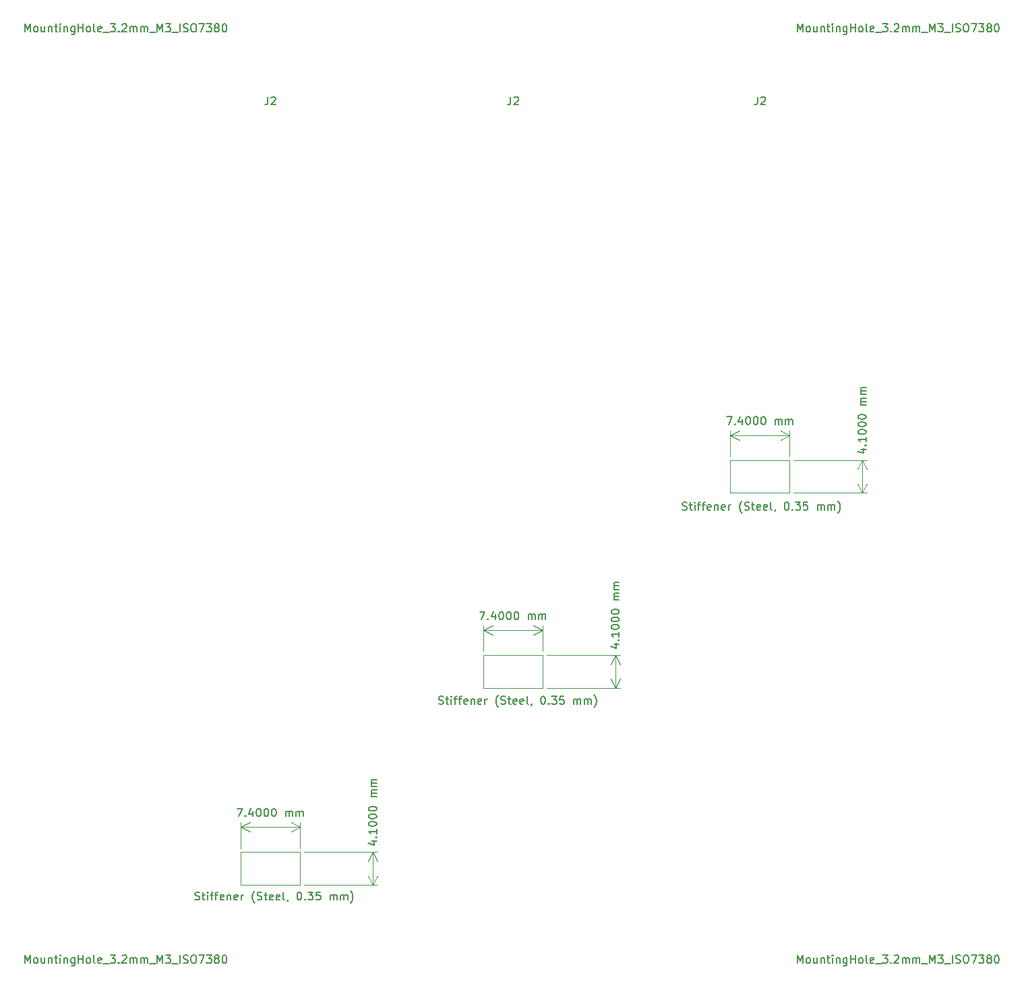
<source format=gbr>
%TF.GenerationSoftware,KiCad,Pcbnew,(6.0.0)*%
%TF.CreationDate,2022-03-28T07:33:37-07:00*%
%TF.ProjectId,flex-24_panel,666c6578-2d32-4345-9f70-616e656c2e6b,A*%
%TF.SameCoordinates,Original*%
%TF.FileFunction,AssemblyDrawing,Top*%
%FSLAX46Y46*%
G04 Gerber Fmt 4.6, Leading zero omitted, Abs format (unit mm)*
G04 Created by KiCad (PCBNEW (6.0.0)) date 2022-03-28 07:33:37*
%MOMM*%
%LPD*%
G01*
G04 APERTURE LIST*
%ADD10C,0.150000*%
%ADD11C,0.100000*%
G04 APERTURE END LIST*
D10*
X173509523Y-87716516D02*
X174176190Y-87716516D01*
X173747619Y-88716516D01*
X174557142Y-88621278D02*
X174604761Y-88668897D01*
X174557142Y-88716516D01*
X174509523Y-88668897D01*
X174557142Y-88621278D01*
X174557142Y-88716516D01*
X175461904Y-88049850D02*
X175461904Y-88716516D01*
X175223809Y-87668897D02*
X174985714Y-88383183D01*
X175604761Y-88383183D01*
X176176190Y-87716516D02*
X176271428Y-87716516D01*
X176366666Y-87764136D01*
X176414285Y-87811755D01*
X176461904Y-87906993D01*
X176509523Y-88097469D01*
X176509523Y-88335564D01*
X176461904Y-88526040D01*
X176414285Y-88621278D01*
X176366666Y-88668897D01*
X176271428Y-88716516D01*
X176176190Y-88716516D01*
X176080952Y-88668897D01*
X176033333Y-88621278D01*
X175985714Y-88526040D01*
X175938095Y-88335564D01*
X175938095Y-88097469D01*
X175985714Y-87906993D01*
X176033333Y-87811755D01*
X176080952Y-87764136D01*
X176176190Y-87716516D01*
X177128571Y-87716516D02*
X177223809Y-87716516D01*
X177319047Y-87764136D01*
X177366666Y-87811755D01*
X177414285Y-87906993D01*
X177461904Y-88097469D01*
X177461904Y-88335564D01*
X177414285Y-88526040D01*
X177366666Y-88621278D01*
X177319047Y-88668897D01*
X177223809Y-88716516D01*
X177128571Y-88716516D01*
X177033333Y-88668897D01*
X176985714Y-88621278D01*
X176938095Y-88526040D01*
X176890476Y-88335564D01*
X176890476Y-88097469D01*
X176938095Y-87906993D01*
X176985714Y-87811755D01*
X177033333Y-87764136D01*
X177128571Y-87716516D01*
X178080952Y-87716516D02*
X178176190Y-87716516D01*
X178271428Y-87764136D01*
X178319047Y-87811755D01*
X178366666Y-87906993D01*
X178414285Y-88097469D01*
X178414285Y-88335564D01*
X178366666Y-88526040D01*
X178319047Y-88621278D01*
X178271428Y-88668897D01*
X178176190Y-88716516D01*
X178080952Y-88716516D01*
X177985714Y-88668897D01*
X177938095Y-88621278D01*
X177890476Y-88526040D01*
X177842857Y-88335564D01*
X177842857Y-88097469D01*
X177890476Y-87906993D01*
X177938095Y-87811755D01*
X177985714Y-87764136D01*
X178080952Y-87716516D01*
X179604761Y-88716516D02*
X179604761Y-88049850D01*
X179604761Y-88145088D02*
X179652380Y-88097469D01*
X179747619Y-88049850D01*
X179890476Y-88049850D01*
X179985714Y-88097469D01*
X180033333Y-88192707D01*
X180033333Y-88716516D01*
X180033333Y-88192707D02*
X180080952Y-88097469D01*
X180176190Y-88049850D01*
X180319047Y-88049850D01*
X180414285Y-88097469D01*
X180461904Y-88192707D01*
X180461904Y-88716516D01*
X180938095Y-88716516D02*
X180938095Y-88049850D01*
X180938095Y-88145088D02*
X180985714Y-88097469D01*
X181080952Y-88049850D01*
X181223809Y-88049850D01*
X181319047Y-88097469D01*
X181366666Y-88192707D01*
X181366666Y-88716516D01*
X181366666Y-88192707D02*
X181414285Y-88097469D01*
X181509523Y-88049850D01*
X181652380Y-88049850D01*
X181747619Y-88097469D01*
X181795238Y-88192707D01*
X181795238Y-88716516D01*
D11*
X174000000Y-92700000D02*
X174000000Y-89477716D01*
X181400000Y-92700000D02*
X181400000Y-89477716D01*
X174000000Y-90064136D02*
X181400000Y-90064136D01*
X174000000Y-90064136D02*
X181400000Y-90064136D01*
X174000000Y-90064136D02*
X175126504Y-90650557D01*
X174000000Y-90064136D02*
X175126504Y-89477715D01*
X181400000Y-90064136D02*
X180273496Y-89477715D01*
X181400000Y-90064136D02*
X180273496Y-90650557D01*
D10*
X190355714Y-91830802D02*
X191022380Y-91830802D01*
X189974761Y-92068897D02*
X190689047Y-92306993D01*
X190689047Y-91687945D01*
X190927142Y-91306993D02*
X190974761Y-91259374D01*
X191022380Y-91306993D01*
X190974761Y-91354612D01*
X190927142Y-91306993D01*
X191022380Y-91306993D01*
X191022380Y-90306993D02*
X191022380Y-90878421D01*
X191022380Y-90592707D02*
X190022380Y-90592707D01*
X190165238Y-90687945D01*
X190260476Y-90783183D01*
X190308095Y-90878421D01*
X190022380Y-89687945D02*
X190022380Y-89592707D01*
X190070000Y-89497469D01*
X190117619Y-89449850D01*
X190212857Y-89402231D01*
X190403333Y-89354612D01*
X190641428Y-89354612D01*
X190831904Y-89402231D01*
X190927142Y-89449850D01*
X190974761Y-89497469D01*
X191022380Y-89592707D01*
X191022380Y-89687945D01*
X190974761Y-89783183D01*
X190927142Y-89830802D01*
X190831904Y-89878421D01*
X190641428Y-89926040D01*
X190403333Y-89926040D01*
X190212857Y-89878421D01*
X190117619Y-89830802D01*
X190070000Y-89783183D01*
X190022380Y-89687945D01*
X190022380Y-88735564D02*
X190022380Y-88640326D01*
X190070000Y-88545088D01*
X190117619Y-88497469D01*
X190212857Y-88449850D01*
X190403333Y-88402231D01*
X190641428Y-88402231D01*
X190831904Y-88449850D01*
X190927142Y-88497469D01*
X190974761Y-88545088D01*
X191022380Y-88640326D01*
X191022380Y-88735564D01*
X190974761Y-88830802D01*
X190927142Y-88878421D01*
X190831904Y-88926040D01*
X190641428Y-88973659D01*
X190403333Y-88973659D01*
X190212857Y-88926040D01*
X190117619Y-88878421D01*
X190070000Y-88830802D01*
X190022380Y-88735564D01*
X190022380Y-87783183D02*
X190022380Y-87687945D01*
X190070000Y-87592707D01*
X190117619Y-87545088D01*
X190212857Y-87497469D01*
X190403333Y-87449850D01*
X190641428Y-87449850D01*
X190831904Y-87497469D01*
X190927142Y-87545088D01*
X190974761Y-87592707D01*
X191022380Y-87687945D01*
X191022380Y-87783183D01*
X190974761Y-87878421D01*
X190927142Y-87926040D01*
X190831904Y-87973659D01*
X190641428Y-88021278D01*
X190403333Y-88021278D01*
X190212857Y-87973659D01*
X190117619Y-87926040D01*
X190070000Y-87878421D01*
X190022380Y-87783183D01*
X191022380Y-86259374D02*
X190355714Y-86259374D01*
X190450952Y-86259374D02*
X190403333Y-86211755D01*
X190355714Y-86116516D01*
X190355714Y-85973659D01*
X190403333Y-85878421D01*
X190498571Y-85830802D01*
X191022380Y-85830802D01*
X190498571Y-85830802D02*
X190403333Y-85783183D01*
X190355714Y-85687945D01*
X190355714Y-85545088D01*
X190403333Y-85449850D01*
X190498571Y-85402231D01*
X191022380Y-85402231D01*
X191022380Y-84926040D02*
X190355714Y-84926040D01*
X190450952Y-84926040D02*
X190403333Y-84878421D01*
X190355714Y-84783183D01*
X190355714Y-84640326D01*
X190403333Y-84545088D01*
X190498571Y-84497469D01*
X191022380Y-84497469D01*
X190498571Y-84497469D02*
X190403333Y-84449850D01*
X190355714Y-84354612D01*
X190355714Y-84211755D01*
X190403333Y-84116516D01*
X190498571Y-84068897D01*
X191022380Y-84068897D01*
D11*
X181900000Y-93200000D02*
X191156420Y-93200000D01*
X181900000Y-97300000D02*
X191156420Y-97300000D01*
X190570000Y-93200000D02*
X190570000Y-97300000D01*
X190570000Y-93200000D02*
X190570000Y-97300000D01*
X190570000Y-93200000D02*
X189983579Y-94326504D01*
X190570000Y-93200000D02*
X191156421Y-94326504D01*
X190570000Y-97300000D02*
X191156421Y-96173496D01*
X190570000Y-97300000D02*
X189983579Y-96173496D01*
D10*
X142509523Y-112216516D02*
X143176190Y-112216516D01*
X142747619Y-113216516D01*
X143557142Y-113121278D02*
X143604761Y-113168897D01*
X143557142Y-113216516D01*
X143509523Y-113168897D01*
X143557142Y-113121278D01*
X143557142Y-113216516D01*
X144461904Y-112549850D02*
X144461904Y-113216516D01*
X144223809Y-112168897D02*
X143985714Y-112883183D01*
X144604761Y-112883183D01*
X145176190Y-112216516D02*
X145271428Y-112216516D01*
X145366666Y-112264136D01*
X145414285Y-112311755D01*
X145461904Y-112406993D01*
X145509523Y-112597469D01*
X145509523Y-112835564D01*
X145461904Y-113026040D01*
X145414285Y-113121278D01*
X145366666Y-113168897D01*
X145271428Y-113216516D01*
X145176190Y-113216516D01*
X145080952Y-113168897D01*
X145033333Y-113121278D01*
X144985714Y-113026040D01*
X144938095Y-112835564D01*
X144938095Y-112597469D01*
X144985714Y-112406993D01*
X145033333Y-112311755D01*
X145080952Y-112264136D01*
X145176190Y-112216516D01*
X146128571Y-112216516D02*
X146223809Y-112216516D01*
X146319047Y-112264136D01*
X146366666Y-112311755D01*
X146414285Y-112406993D01*
X146461904Y-112597469D01*
X146461904Y-112835564D01*
X146414285Y-113026040D01*
X146366666Y-113121278D01*
X146319047Y-113168897D01*
X146223809Y-113216516D01*
X146128571Y-113216516D01*
X146033333Y-113168897D01*
X145985714Y-113121278D01*
X145938095Y-113026040D01*
X145890476Y-112835564D01*
X145890476Y-112597469D01*
X145938095Y-112406993D01*
X145985714Y-112311755D01*
X146033333Y-112264136D01*
X146128571Y-112216516D01*
X147080952Y-112216516D02*
X147176190Y-112216516D01*
X147271428Y-112264136D01*
X147319047Y-112311755D01*
X147366666Y-112406993D01*
X147414285Y-112597469D01*
X147414285Y-112835564D01*
X147366666Y-113026040D01*
X147319047Y-113121278D01*
X147271428Y-113168897D01*
X147176190Y-113216516D01*
X147080952Y-113216516D01*
X146985714Y-113168897D01*
X146938095Y-113121278D01*
X146890476Y-113026040D01*
X146842857Y-112835564D01*
X146842857Y-112597469D01*
X146890476Y-112406993D01*
X146938095Y-112311755D01*
X146985714Y-112264136D01*
X147080952Y-112216516D01*
X148604761Y-113216516D02*
X148604761Y-112549850D01*
X148604761Y-112645088D02*
X148652380Y-112597469D01*
X148747619Y-112549850D01*
X148890476Y-112549850D01*
X148985714Y-112597469D01*
X149033333Y-112692707D01*
X149033333Y-113216516D01*
X149033333Y-112692707D02*
X149080952Y-112597469D01*
X149176190Y-112549850D01*
X149319047Y-112549850D01*
X149414285Y-112597469D01*
X149461904Y-112692707D01*
X149461904Y-113216516D01*
X149938095Y-113216516D02*
X149938095Y-112549850D01*
X149938095Y-112645088D02*
X149985714Y-112597469D01*
X150080952Y-112549850D01*
X150223809Y-112549850D01*
X150319047Y-112597469D01*
X150366666Y-112692707D01*
X150366666Y-113216516D01*
X150366666Y-112692707D02*
X150414285Y-112597469D01*
X150509523Y-112549850D01*
X150652380Y-112549850D01*
X150747619Y-112597469D01*
X150795238Y-112692707D01*
X150795238Y-113216516D01*
D11*
X143000000Y-117200000D02*
X143000000Y-113977716D01*
X150400000Y-117200000D02*
X150400000Y-113977716D01*
X143000000Y-114564136D02*
X150400000Y-114564136D01*
X143000000Y-114564136D02*
X150400000Y-114564136D01*
X143000000Y-114564136D02*
X144126504Y-115150557D01*
X143000000Y-114564136D02*
X144126504Y-113977715D01*
X150400000Y-114564136D02*
X149273496Y-113977715D01*
X150400000Y-114564136D02*
X149273496Y-115150557D01*
D10*
X159355714Y-116330802D02*
X160022380Y-116330802D01*
X158974761Y-116568897D02*
X159689047Y-116806993D01*
X159689047Y-116187945D01*
X159927142Y-115806993D02*
X159974761Y-115759374D01*
X160022380Y-115806993D01*
X159974761Y-115854612D01*
X159927142Y-115806993D01*
X160022380Y-115806993D01*
X160022380Y-114806993D02*
X160022380Y-115378421D01*
X160022380Y-115092707D02*
X159022380Y-115092707D01*
X159165238Y-115187945D01*
X159260476Y-115283183D01*
X159308095Y-115378421D01*
X159022380Y-114187945D02*
X159022380Y-114092707D01*
X159070000Y-113997469D01*
X159117619Y-113949850D01*
X159212857Y-113902231D01*
X159403333Y-113854612D01*
X159641428Y-113854612D01*
X159831904Y-113902231D01*
X159927142Y-113949850D01*
X159974761Y-113997469D01*
X160022380Y-114092707D01*
X160022380Y-114187945D01*
X159974761Y-114283183D01*
X159927142Y-114330802D01*
X159831904Y-114378421D01*
X159641428Y-114426040D01*
X159403333Y-114426040D01*
X159212857Y-114378421D01*
X159117619Y-114330802D01*
X159070000Y-114283183D01*
X159022380Y-114187945D01*
X159022380Y-113235564D02*
X159022380Y-113140326D01*
X159070000Y-113045088D01*
X159117619Y-112997469D01*
X159212857Y-112949850D01*
X159403333Y-112902231D01*
X159641428Y-112902231D01*
X159831904Y-112949850D01*
X159927142Y-112997469D01*
X159974761Y-113045088D01*
X160022380Y-113140326D01*
X160022380Y-113235564D01*
X159974761Y-113330802D01*
X159927142Y-113378421D01*
X159831904Y-113426040D01*
X159641428Y-113473659D01*
X159403333Y-113473659D01*
X159212857Y-113426040D01*
X159117619Y-113378421D01*
X159070000Y-113330802D01*
X159022380Y-113235564D01*
X159022380Y-112283183D02*
X159022380Y-112187945D01*
X159070000Y-112092707D01*
X159117619Y-112045088D01*
X159212857Y-111997469D01*
X159403333Y-111949850D01*
X159641428Y-111949850D01*
X159831904Y-111997469D01*
X159927142Y-112045088D01*
X159974761Y-112092707D01*
X160022380Y-112187945D01*
X160022380Y-112283183D01*
X159974761Y-112378421D01*
X159927142Y-112426040D01*
X159831904Y-112473659D01*
X159641428Y-112521278D01*
X159403333Y-112521278D01*
X159212857Y-112473659D01*
X159117619Y-112426040D01*
X159070000Y-112378421D01*
X159022380Y-112283183D01*
X160022380Y-110759374D02*
X159355714Y-110759374D01*
X159450952Y-110759374D02*
X159403333Y-110711755D01*
X159355714Y-110616516D01*
X159355714Y-110473659D01*
X159403333Y-110378421D01*
X159498571Y-110330802D01*
X160022380Y-110330802D01*
X159498571Y-110330802D02*
X159403333Y-110283183D01*
X159355714Y-110187945D01*
X159355714Y-110045088D01*
X159403333Y-109949850D01*
X159498571Y-109902231D01*
X160022380Y-109902231D01*
X160022380Y-109426040D02*
X159355714Y-109426040D01*
X159450952Y-109426040D02*
X159403333Y-109378421D01*
X159355714Y-109283183D01*
X159355714Y-109140326D01*
X159403333Y-109045088D01*
X159498571Y-108997469D01*
X160022380Y-108997469D01*
X159498571Y-108997469D02*
X159403333Y-108949850D01*
X159355714Y-108854612D01*
X159355714Y-108711755D01*
X159403333Y-108616516D01*
X159498571Y-108568897D01*
X160022380Y-108568897D01*
D11*
X150900000Y-117700000D02*
X160156420Y-117700000D01*
X150900000Y-121800000D02*
X160156420Y-121800000D01*
X159570000Y-117700000D02*
X159570000Y-121800000D01*
X159570000Y-117700000D02*
X159570000Y-121800000D01*
X159570000Y-117700000D02*
X158983579Y-118826504D01*
X159570000Y-117700000D02*
X160156421Y-118826504D01*
X159570000Y-121800000D02*
X160156421Y-120673496D01*
X159570000Y-121800000D02*
X158983579Y-120673496D01*
D10*
X128885714Y-141066666D02*
X129552380Y-141066666D01*
X128504761Y-141304761D02*
X129219047Y-141542857D01*
X129219047Y-140923809D01*
X129457142Y-140542857D02*
X129504761Y-140495238D01*
X129552380Y-140542857D01*
X129504761Y-140590476D01*
X129457142Y-140542857D01*
X129552380Y-140542857D01*
X129552380Y-139542857D02*
X129552380Y-140114285D01*
X129552380Y-139828571D02*
X128552380Y-139828571D01*
X128695238Y-139923809D01*
X128790476Y-140019047D01*
X128838095Y-140114285D01*
X128552380Y-138923809D02*
X128552380Y-138828571D01*
X128600000Y-138733333D01*
X128647619Y-138685714D01*
X128742857Y-138638095D01*
X128933333Y-138590476D01*
X129171428Y-138590476D01*
X129361904Y-138638095D01*
X129457142Y-138685714D01*
X129504761Y-138733333D01*
X129552380Y-138828571D01*
X129552380Y-138923809D01*
X129504761Y-139019047D01*
X129457142Y-139066666D01*
X129361904Y-139114285D01*
X129171428Y-139161904D01*
X128933333Y-139161904D01*
X128742857Y-139114285D01*
X128647619Y-139066666D01*
X128600000Y-139019047D01*
X128552380Y-138923809D01*
X128552380Y-137971428D02*
X128552380Y-137876190D01*
X128600000Y-137780952D01*
X128647619Y-137733333D01*
X128742857Y-137685714D01*
X128933333Y-137638095D01*
X129171428Y-137638095D01*
X129361904Y-137685714D01*
X129457142Y-137733333D01*
X129504761Y-137780952D01*
X129552380Y-137876190D01*
X129552380Y-137971428D01*
X129504761Y-138066666D01*
X129457142Y-138114285D01*
X129361904Y-138161904D01*
X129171428Y-138209523D01*
X128933333Y-138209523D01*
X128742857Y-138161904D01*
X128647619Y-138114285D01*
X128600000Y-138066666D01*
X128552380Y-137971428D01*
X128552380Y-137019047D02*
X128552380Y-136923809D01*
X128600000Y-136828571D01*
X128647619Y-136780952D01*
X128742857Y-136733333D01*
X128933333Y-136685714D01*
X129171428Y-136685714D01*
X129361904Y-136733333D01*
X129457142Y-136780952D01*
X129504761Y-136828571D01*
X129552380Y-136923809D01*
X129552380Y-137019047D01*
X129504761Y-137114285D01*
X129457142Y-137161904D01*
X129361904Y-137209523D01*
X129171428Y-137257142D01*
X128933333Y-137257142D01*
X128742857Y-137209523D01*
X128647619Y-137161904D01*
X128600000Y-137114285D01*
X128552380Y-137019047D01*
X129552380Y-135495238D02*
X128885714Y-135495238D01*
X128980952Y-135495238D02*
X128933333Y-135447619D01*
X128885714Y-135352380D01*
X128885714Y-135209523D01*
X128933333Y-135114285D01*
X129028571Y-135066666D01*
X129552380Y-135066666D01*
X129028571Y-135066666D02*
X128933333Y-135019047D01*
X128885714Y-134923809D01*
X128885714Y-134780952D01*
X128933333Y-134685714D01*
X129028571Y-134638095D01*
X129552380Y-134638095D01*
X129552380Y-134161904D02*
X128885714Y-134161904D01*
X128980952Y-134161904D02*
X128933333Y-134114285D01*
X128885714Y-134019047D01*
X128885714Y-133876190D01*
X128933333Y-133780952D01*
X129028571Y-133733333D01*
X129552380Y-133733333D01*
X129028571Y-133733333D02*
X128933333Y-133685714D01*
X128885714Y-133590476D01*
X128885714Y-133447619D01*
X128933333Y-133352380D01*
X129028571Y-133304761D01*
X129552380Y-133304761D01*
D11*
X120430000Y-142435864D02*
X129686420Y-142435864D01*
X120430000Y-146535864D02*
X129686420Y-146535864D01*
X129100000Y-142435864D02*
X129100000Y-146535864D01*
X129100000Y-142435864D02*
X129100000Y-146535864D01*
X129100000Y-142435864D02*
X128513579Y-143562368D01*
X129100000Y-142435864D02*
X129686421Y-143562368D01*
X129100000Y-146535864D02*
X129686421Y-145409360D01*
X129100000Y-146535864D02*
X128513579Y-145409360D01*
D10*
X112039523Y-136952380D02*
X112706190Y-136952380D01*
X112277619Y-137952380D01*
X113087142Y-137857142D02*
X113134761Y-137904761D01*
X113087142Y-137952380D01*
X113039523Y-137904761D01*
X113087142Y-137857142D01*
X113087142Y-137952380D01*
X113991904Y-137285714D02*
X113991904Y-137952380D01*
X113753809Y-136904761D02*
X113515714Y-137619047D01*
X114134761Y-137619047D01*
X114706190Y-136952380D02*
X114801428Y-136952380D01*
X114896666Y-137000000D01*
X114944285Y-137047619D01*
X114991904Y-137142857D01*
X115039523Y-137333333D01*
X115039523Y-137571428D01*
X114991904Y-137761904D01*
X114944285Y-137857142D01*
X114896666Y-137904761D01*
X114801428Y-137952380D01*
X114706190Y-137952380D01*
X114610952Y-137904761D01*
X114563333Y-137857142D01*
X114515714Y-137761904D01*
X114468095Y-137571428D01*
X114468095Y-137333333D01*
X114515714Y-137142857D01*
X114563333Y-137047619D01*
X114610952Y-137000000D01*
X114706190Y-136952380D01*
X115658571Y-136952380D02*
X115753809Y-136952380D01*
X115849047Y-137000000D01*
X115896666Y-137047619D01*
X115944285Y-137142857D01*
X115991904Y-137333333D01*
X115991904Y-137571428D01*
X115944285Y-137761904D01*
X115896666Y-137857142D01*
X115849047Y-137904761D01*
X115753809Y-137952380D01*
X115658571Y-137952380D01*
X115563333Y-137904761D01*
X115515714Y-137857142D01*
X115468095Y-137761904D01*
X115420476Y-137571428D01*
X115420476Y-137333333D01*
X115468095Y-137142857D01*
X115515714Y-137047619D01*
X115563333Y-137000000D01*
X115658571Y-136952380D01*
X116610952Y-136952380D02*
X116706190Y-136952380D01*
X116801428Y-137000000D01*
X116849047Y-137047619D01*
X116896666Y-137142857D01*
X116944285Y-137333333D01*
X116944285Y-137571428D01*
X116896666Y-137761904D01*
X116849047Y-137857142D01*
X116801428Y-137904761D01*
X116706190Y-137952380D01*
X116610952Y-137952380D01*
X116515714Y-137904761D01*
X116468095Y-137857142D01*
X116420476Y-137761904D01*
X116372857Y-137571428D01*
X116372857Y-137333333D01*
X116420476Y-137142857D01*
X116468095Y-137047619D01*
X116515714Y-137000000D01*
X116610952Y-136952380D01*
X118134761Y-137952380D02*
X118134761Y-137285714D01*
X118134761Y-137380952D02*
X118182380Y-137333333D01*
X118277619Y-137285714D01*
X118420476Y-137285714D01*
X118515714Y-137333333D01*
X118563333Y-137428571D01*
X118563333Y-137952380D01*
X118563333Y-137428571D02*
X118610952Y-137333333D01*
X118706190Y-137285714D01*
X118849047Y-137285714D01*
X118944285Y-137333333D01*
X118991904Y-137428571D01*
X118991904Y-137952380D01*
X119468095Y-137952380D02*
X119468095Y-137285714D01*
X119468095Y-137380952D02*
X119515714Y-137333333D01*
X119610952Y-137285714D01*
X119753809Y-137285714D01*
X119849047Y-137333333D01*
X119896666Y-137428571D01*
X119896666Y-137952380D01*
X119896666Y-137428571D02*
X119944285Y-137333333D01*
X120039523Y-137285714D01*
X120182380Y-137285714D01*
X120277619Y-137333333D01*
X120325238Y-137428571D01*
X120325238Y-137952380D01*
D11*
X112530000Y-141935864D02*
X112530000Y-138713580D01*
X119930000Y-141935864D02*
X119930000Y-138713580D01*
X112530000Y-139300000D02*
X119930000Y-139300000D01*
X112530000Y-139300000D02*
X119930000Y-139300000D01*
X112530000Y-139300000D02*
X113656504Y-139886421D01*
X112530000Y-139300000D02*
X113656504Y-138713579D01*
X119930000Y-139300000D02*
X118803496Y-138713579D01*
X119930000Y-139300000D02*
X118803496Y-139886421D01*
X174000000Y-97300000D02*
X181400000Y-97300000D01*
X181400000Y-97300000D02*
X181400000Y-93200000D01*
X181400000Y-93200000D02*
X174000000Y-93200000D01*
X174000000Y-93200000D02*
X174000000Y-97300000D01*
D10*
X167971428Y-99404761D02*
X168114285Y-99452380D01*
X168352380Y-99452380D01*
X168447619Y-99404761D01*
X168495238Y-99357142D01*
X168542857Y-99261904D01*
X168542857Y-99166666D01*
X168495238Y-99071428D01*
X168447619Y-99023809D01*
X168352380Y-98976190D01*
X168161904Y-98928571D01*
X168066666Y-98880952D01*
X168019047Y-98833333D01*
X167971428Y-98738095D01*
X167971428Y-98642857D01*
X168019047Y-98547619D01*
X168066666Y-98500000D01*
X168161904Y-98452380D01*
X168400000Y-98452380D01*
X168542857Y-98500000D01*
X168828571Y-98785714D02*
X169209523Y-98785714D01*
X168971428Y-98452380D02*
X168971428Y-99309523D01*
X169019047Y-99404761D01*
X169114285Y-99452380D01*
X169209523Y-99452380D01*
X169542857Y-99452380D02*
X169542857Y-98785714D01*
X169542857Y-98452380D02*
X169495238Y-98500000D01*
X169542857Y-98547619D01*
X169590476Y-98500000D01*
X169542857Y-98452380D01*
X169542857Y-98547619D01*
X169876190Y-98785714D02*
X170257142Y-98785714D01*
X170019047Y-99452380D02*
X170019047Y-98595238D01*
X170066666Y-98500000D01*
X170161904Y-98452380D01*
X170257142Y-98452380D01*
X170447619Y-98785714D02*
X170828571Y-98785714D01*
X170590476Y-99452380D02*
X170590476Y-98595238D01*
X170638095Y-98500000D01*
X170733333Y-98452380D01*
X170828571Y-98452380D01*
X171542857Y-99404761D02*
X171447619Y-99452380D01*
X171257142Y-99452380D01*
X171161904Y-99404761D01*
X171114285Y-99309523D01*
X171114285Y-98928571D01*
X171161904Y-98833333D01*
X171257142Y-98785714D01*
X171447619Y-98785714D01*
X171542857Y-98833333D01*
X171590476Y-98928571D01*
X171590476Y-99023809D01*
X171114285Y-99119047D01*
X172019047Y-98785714D02*
X172019047Y-99452380D01*
X172019047Y-98880952D02*
X172066666Y-98833333D01*
X172161904Y-98785714D01*
X172304761Y-98785714D01*
X172400000Y-98833333D01*
X172447619Y-98928571D01*
X172447619Y-99452380D01*
X173304761Y-99404761D02*
X173209523Y-99452380D01*
X173019047Y-99452380D01*
X172923809Y-99404761D01*
X172876190Y-99309523D01*
X172876190Y-98928571D01*
X172923809Y-98833333D01*
X173019047Y-98785714D01*
X173209523Y-98785714D01*
X173304761Y-98833333D01*
X173352380Y-98928571D01*
X173352380Y-99023809D01*
X172876190Y-99119047D01*
X173780952Y-99452380D02*
X173780952Y-98785714D01*
X173780952Y-98976190D02*
X173828571Y-98880952D01*
X173876190Y-98833333D01*
X173971428Y-98785714D01*
X174066666Y-98785714D01*
X175447619Y-99833333D02*
X175400000Y-99785714D01*
X175304761Y-99642857D01*
X175257142Y-99547619D01*
X175209523Y-99404761D01*
X175161904Y-99166666D01*
X175161904Y-98976190D01*
X175209523Y-98738095D01*
X175257142Y-98595238D01*
X175304761Y-98500000D01*
X175400000Y-98357142D01*
X175447619Y-98309523D01*
X175780952Y-99404761D02*
X175923809Y-99452380D01*
X176161904Y-99452380D01*
X176257142Y-99404761D01*
X176304761Y-99357142D01*
X176352380Y-99261904D01*
X176352380Y-99166666D01*
X176304761Y-99071428D01*
X176257142Y-99023809D01*
X176161904Y-98976190D01*
X175971428Y-98928571D01*
X175876190Y-98880952D01*
X175828571Y-98833333D01*
X175780952Y-98738095D01*
X175780952Y-98642857D01*
X175828571Y-98547619D01*
X175876190Y-98500000D01*
X175971428Y-98452380D01*
X176209523Y-98452380D01*
X176352380Y-98500000D01*
X176638095Y-98785714D02*
X177019047Y-98785714D01*
X176780952Y-98452380D02*
X176780952Y-99309523D01*
X176828571Y-99404761D01*
X176923809Y-99452380D01*
X177019047Y-99452380D01*
X177733333Y-99404761D02*
X177638095Y-99452380D01*
X177447619Y-99452380D01*
X177352380Y-99404761D01*
X177304761Y-99309523D01*
X177304761Y-98928571D01*
X177352380Y-98833333D01*
X177447619Y-98785714D01*
X177638095Y-98785714D01*
X177733333Y-98833333D01*
X177780952Y-98928571D01*
X177780952Y-99023809D01*
X177304761Y-99119047D01*
X178590476Y-99404761D02*
X178495238Y-99452380D01*
X178304761Y-99452380D01*
X178209523Y-99404761D01*
X178161904Y-99309523D01*
X178161904Y-98928571D01*
X178209523Y-98833333D01*
X178304761Y-98785714D01*
X178495238Y-98785714D01*
X178590476Y-98833333D01*
X178638095Y-98928571D01*
X178638095Y-99023809D01*
X178161904Y-99119047D01*
X179209523Y-99452380D02*
X179114285Y-99404761D01*
X179066666Y-99309523D01*
X179066666Y-98452380D01*
X179638095Y-99404761D02*
X179638095Y-99452380D01*
X179590476Y-99547619D01*
X179542857Y-99595238D01*
X181019047Y-98452380D02*
X181114285Y-98452380D01*
X181209523Y-98500000D01*
X181257142Y-98547619D01*
X181304761Y-98642857D01*
X181352380Y-98833333D01*
X181352380Y-99071428D01*
X181304761Y-99261904D01*
X181257142Y-99357142D01*
X181209523Y-99404761D01*
X181114285Y-99452380D01*
X181019047Y-99452380D01*
X180923809Y-99404761D01*
X180876190Y-99357142D01*
X180828571Y-99261904D01*
X180780952Y-99071428D01*
X180780952Y-98833333D01*
X180828571Y-98642857D01*
X180876190Y-98547619D01*
X180923809Y-98500000D01*
X181019047Y-98452380D01*
X181780952Y-99357142D02*
X181828571Y-99404761D01*
X181780952Y-99452380D01*
X181733333Y-99404761D01*
X181780952Y-99357142D01*
X181780952Y-99452380D01*
X182161904Y-98452380D02*
X182780952Y-98452380D01*
X182447619Y-98833333D01*
X182590476Y-98833333D01*
X182685714Y-98880952D01*
X182733333Y-98928571D01*
X182780952Y-99023809D01*
X182780952Y-99261904D01*
X182733333Y-99357142D01*
X182685714Y-99404761D01*
X182590476Y-99452380D01*
X182304761Y-99452380D01*
X182209523Y-99404761D01*
X182161904Y-99357142D01*
X183685714Y-98452380D02*
X183209523Y-98452380D01*
X183161904Y-98928571D01*
X183209523Y-98880952D01*
X183304761Y-98833333D01*
X183542857Y-98833333D01*
X183638095Y-98880952D01*
X183685714Y-98928571D01*
X183733333Y-99023809D01*
X183733333Y-99261904D01*
X183685714Y-99357142D01*
X183638095Y-99404761D01*
X183542857Y-99452380D01*
X183304761Y-99452380D01*
X183209523Y-99404761D01*
X183161904Y-99357142D01*
X184923809Y-99452380D02*
X184923809Y-98785714D01*
X184923809Y-98880952D02*
X184971428Y-98833333D01*
X185066666Y-98785714D01*
X185209523Y-98785714D01*
X185304761Y-98833333D01*
X185352380Y-98928571D01*
X185352380Y-99452380D01*
X185352380Y-98928571D02*
X185400000Y-98833333D01*
X185495238Y-98785714D01*
X185638095Y-98785714D01*
X185733333Y-98833333D01*
X185780952Y-98928571D01*
X185780952Y-99452380D01*
X186257142Y-99452380D02*
X186257142Y-98785714D01*
X186257142Y-98880952D02*
X186304761Y-98833333D01*
X186400000Y-98785714D01*
X186542857Y-98785714D01*
X186638095Y-98833333D01*
X186685714Y-98928571D01*
X186685714Y-99452380D01*
X186685714Y-98928571D02*
X186733333Y-98833333D01*
X186828571Y-98785714D01*
X186971428Y-98785714D01*
X187066666Y-98833333D01*
X187114285Y-98928571D01*
X187114285Y-99452380D01*
X187495238Y-99833333D02*
X187542857Y-99785714D01*
X187638095Y-99642857D01*
X187685714Y-99547619D01*
X187733333Y-99404761D01*
X187780952Y-99166666D01*
X187780952Y-98976190D01*
X187733333Y-98738095D01*
X187685714Y-98595238D01*
X187638095Y-98500000D01*
X187542857Y-98357142D01*
X187495238Y-98309523D01*
D11*
X143000000Y-121800000D02*
X150400000Y-121800000D01*
X150400000Y-121800000D02*
X150400000Y-117700000D01*
X150400000Y-117700000D02*
X143000000Y-117700000D01*
X143000000Y-117700000D02*
X143000000Y-121800000D01*
D10*
X137371428Y-123804761D02*
X137514285Y-123852380D01*
X137752380Y-123852380D01*
X137847619Y-123804761D01*
X137895238Y-123757142D01*
X137942857Y-123661904D01*
X137942857Y-123566666D01*
X137895238Y-123471428D01*
X137847619Y-123423809D01*
X137752380Y-123376190D01*
X137561904Y-123328571D01*
X137466666Y-123280952D01*
X137419047Y-123233333D01*
X137371428Y-123138095D01*
X137371428Y-123042857D01*
X137419047Y-122947619D01*
X137466666Y-122900000D01*
X137561904Y-122852380D01*
X137800000Y-122852380D01*
X137942857Y-122900000D01*
X138228571Y-123185714D02*
X138609523Y-123185714D01*
X138371428Y-122852380D02*
X138371428Y-123709523D01*
X138419047Y-123804761D01*
X138514285Y-123852380D01*
X138609523Y-123852380D01*
X138942857Y-123852380D02*
X138942857Y-123185714D01*
X138942857Y-122852380D02*
X138895238Y-122900000D01*
X138942857Y-122947619D01*
X138990476Y-122900000D01*
X138942857Y-122852380D01*
X138942857Y-122947619D01*
X139276190Y-123185714D02*
X139657142Y-123185714D01*
X139419047Y-123852380D02*
X139419047Y-122995238D01*
X139466666Y-122900000D01*
X139561904Y-122852380D01*
X139657142Y-122852380D01*
X139847619Y-123185714D02*
X140228571Y-123185714D01*
X139990476Y-123852380D02*
X139990476Y-122995238D01*
X140038095Y-122900000D01*
X140133333Y-122852380D01*
X140228571Y-122852380D01*
X140942857Y-123804761D02*
X140847619Y-123852380D01*
X140657142Y-123852380D01*
X140561904Y-123804761D01*
X140514285Y-123709523D01*
X140514285Y-123328571D01*
X140561904Y-123233333D01*
X140657142Y-123185714D01*
X140847619Y-123185714D01*
X140942857Y-123233333D01*
X140990476Y-123328571D01*
X140990476Y-123423809D01*
X140514285Y-123519047D01*
X141419047Y-123185714D02*
X141419047Y-123852380D01*
X141419047Y-123280952D02*
X141466666Y-123233333D01*
X141561904Y-123185714D01*
X141704761Y-123185714D01*
X141800000Y-123233333D01*
X141847619Y-123328571D01*
X141847619Y-123852380D01*
X142704761Y-123804761D02*
X142609523Y-123852380D01*
X142419047Y-123852380D01*
X142323809Y-123804761D01*
X142276190Y-123709523D01*
X142276190Y-123328571D01*
X142323809Y-123233333D01*
X142419047Y-123185714D01*
X142609523Y-123185714D01*
X142704761Y-123233333D01*
X142752380Y-123328571D01*
X142752380Y-123423809D01*
X142276190Y-123519047D01*
X143180952Y-123852380D02*
X143180952Y-123185714D01*
X143180952Y-123376190D02*
X143228571Y-123280952D01*
X143276190Y-123233333D01*
X143371428Y-123185714D01*
X143466666Y-123185714D01*
X144847619Y-124233333D02*
X144800000Y-124185714D01*
X144704761Y-124042857D01*
X144657142Y-123947619D01*
X144609523Y-123804761D01*
X144561904Y-123566666D01*
X144561904Y-123376190D01*
X144609523Y-123138095D01*
X144657142Y-122995238D01*
X144704761Y-122900000D01*
X144800000Y-122757142D01*
X144847619Y-122709523D01*
X145180952Y-123804761D02*
X145323809Y-123852380D01*
X145561904Y-123852380D01*
X145657142Y-123804761D01*
X145704761Y-123757142D01*
X145752380Y-123661904D01*
X145752380Y-123566666D01*
X145704761Y-123471428D01*
X145657142Y-123423809D01*
X145561904Y-123376190D01*
X145371428Y-123328571D01*
X145276190Y-123280952D01*
X145228571Y-123233333D01*
X145180952Y-123138095D01*
X145180952Y-123042857D01*
X145228571Y-122947619D01*
X145276190Y-122900000D01*
X145371428Y-122852380D01*
X145609523Y-122852380D01*
X145752380Y-122900000D01*
X146038095Y-123185714D02*
X146419047Y-123185714D01*
X146180952Y-122852380D02*
X146180952Y-123709523D01*
X146228571Y-123804761D01*
X146323809Y-123852380D01*
X146419047Y-123852380D01*
X147133333Y-123804761D02*
X147038095Y-123852380D01*
X146847619Y-123852380D01*
X146752380Y-123804761D01*
X146704761Y-123709523D01*
X146704761Y-123328571D01*
X146752380Y-123233333D01*
X146847619Y-123185714D01*
X147038095Y-123185714D01*
X147133333Y-123233333D01*
X147180952Y-123328571D01*
X147180952Y-123423809D01*
X146704761Y-123519047D01*
X147990476Y-123804761D02*
X147895238Y-123852380D01*
X147704761Y-123852380D01*
X147609523Y-123804761D01*
X147561904Y-123709523D01*
X147561904Y-123328571D01*
X147609523Y-123233333D01*
X147704761Y-123185714D01*
X147895238Y-123185714D01*
X147990476Y-123233333D01*
X148038095Y-123328571D01*
X148038095Y-123423809D01*
X147561904Y-123519047D01*
X148609523Y-123852380D02*
X148514285Y-123804761D01*
X148466666Y-123709523D01*
X148466666Y-122852380D01*
X149038095Y-123804761D02*
X149038095Y-123852380D01*
X148990476Y-123947619D01*
X148942857Y-123995238D01*
X150419047Y-122852380D02*
X150514285Y-122852380D01*
X150609523Y-122900000D01*
X150657142Y-122947619D01*
X150704761Y-123042857D01*
X150752380Y-123233333D01*
X150752380Y-123471428D01*
X150704761Y-123661904D01*
X150657142Y-123757142D01*
X150609523Y-123804761D01*
X150514285Y-123852380D01*
X150419047Y-123852380D01*
X150323809Y-123804761D01*
X150276190Y-123757142D01*
X150228571Y-123661904D01*
X150180952Y-123471428D01*
X150180952Y-123233333D01*
X150228571Y-123042857D01*
X150276190Y-122947619D01*
X150323809Y-122900000D01*
X150419047Y-122852380D01*
X151180952Y-123757142D02*
X151228571Y-123804761D01*
X151180952Y-123852380D01*
X151133333Y-123804761D01*
X151180952Y-123757142D01*
X151180952Y-123852380D01*
X151561904Y-122852380D02*
X152180952Y-122852380D01*
X151847619Y-123233333D01*
X151990476Y-123233333D01*
X152085714Y-123280952D01*
X152133333Y-123328571D01*
X152180952Y-123423809D01*
X152180952Y-123661904D01*
X152133333Y-123757142D01*
X152085714Y-123804761D01*
X151990476Y-123852380D01*
X151704761Y-123852380D01*
X151609523Y-123804761D01*
X151561904Y-123757142D01*
X153085714Y-122852380D02*
X152609523Y-122852380D01*
X152561904Y-123328571D01*
X152609523Y-123280952D01*
X152704761Y-123233333D01*
X152942857Y-123233333D01*
X153038095Y-123280952D01*
X153085714Y-123328571D01*
X153133333Y-123423809D01*
X153133333Y-123661904D01*
X153085714Y-123757142D01*
X153038095Y-123804761D01*
X152942857Y-123852380D01*
X152704761Y-123852380D01*
X152609523Y-123804761D01*
X152561904Y-123757142D01*
X154323809Y-123852380D02*
X154323809Y-123185714D01*
X154323809Y-123280952D02*
X154371428Y-123233333D01*
X154466666Y-123185714D01*
X154609523Y-123185714D01*
X154704761Y-123233333D01*
X154752380Y-123328571D01*
X154752380Y-123852380D01*
X154752380Y-123328571D02*
X154800000Y-123233333D01*
X154895238Y-123185714D01*
X155038095Y-123185714D01*
X155133333Y-123233333D01*
X155180952Y-123328571D01*
X155180952Y-123852380D01*
X155657142Y-123852380D02*
X155657142Y-123185714D01*
X155657142Y-123280952D02*
X155704761Y-123233333D01*
X155800000Y-123185714D01*
X155942857Y-123185714D01*
X156038095Y-123233333D01*
X156085714Y-123328571D01*
X156085714Y-123852380D01*
X156085714Y-123328571D02*
X156133333Y-123233333D01*
X156228571Y-123185714D01*
X156371428Y-123185714D01*
X156466666Y-123233333D01*
X156514285Y-123328571D01*
X156514285Y-123852380D01*
X156895238Y-124233333D02*
X156942857Y-124185714D01*
X157038095Y-124042857D01*
X157085714Y-123947619D01*
X157133333Y-123804761D01*
X157180952Y-123566666D01*
X157180952Y-123376190D01*
X157133333Y-123138095D01*
X157085714Y-122995238D01*
X157038095Y-122900000D01*
X156942857Y-122757142D01*
X156895238Y-122709523D01*
D11*
X112530000Y-146535864D02*
X119930000Y-146535864D01*
X119930000Y-146535864D02*
X119930000Y-142435864D01*
X119930000Y-142435864D02*
X112530000Y-142435864D01*
X112530000Y-142435864D02*
X112530000Y-146535864D01*
D10*
X106771428Y-148404761D02*
X106914285Y-148452380D01*
X107152380Y-148452380D01*
X107247619Y-148404761D01*
X107295238Y-148357142D01*
X107342857Y-148261904D01*
X107342857Y-148166666D01*
X107295238Y-148071428D01*
X107247619Y-148023809D01*
X107152380Y-147976190D01*
X106961904Y-147928571D01*
X106866666Y-147880952D01*
X106819047Y-147833333D01*
X106771428Y-147738095D01*
X106771428Y-147642857D01*
X106819047Y-147547619D01*
X106866666Y-147500000D01*
X106961904Y-147452380D01*
X107200000Y-147452380D01*
X107342857Y-147500000D01*
X107628571Y-147785714D02*
X108009523Y-147785714D01*
X107771428Y-147452380D02*
X107771428Y-148309523D01*
X107819047Y-148404761D01*
X107914285Y-148452380D01*
X108009523Y-148452380D01*
X108342857Y-148452380D02*
X108342857Y-147785714D01*
X108342857Y-147452380D02*
X108295238Y-147500000D01*
X108342857Y-147547619D01*
X108390476Y-147500000D01*
X108342857Y-147452380D01*
X108342857Y-147547619D01*
X108676190Y-147785714D02*
X109057142Y-147785714D01*
X108819047Y-148452380D02*
X108819047Y-147595238D01*
X108866666Y-147500000D01*
X108961904Y-147452380D01*
X109057142Y-147452380D01*
X109247619Y-147785714D02*
X109628571Y-147785714D01*
X109390476Y-148452380D02*
X109390476Y-147595238D01*
X109438095Y-147500000D01*
X109533333Y-147452380D01*
X109628571Y-147452380D01*
X110342857Y-148404761D02*
X110247619Y-148452380D01*
X110057142Y-148452380D01*
X109961904Y-148404761D01*
X109914285Y-148309523D01*
X109914285Y-147928571D01*
X109961904Y-147833333D01*
X110057142Y-147785714D01*
X110247619Y-147785714D01*
X110342857Y-147833333D01*
X110390476Y-147928571D01*
X110390476Y-148023809D01*
X109914285Y-148119047D01*
X110819047Y-147785714D02*
X110819047Y-148452380D01*
X110819047Y-147880952D02*
X110866666Y-147833333D01*
X110961904Y-147785714D01*
X111104761Y-147785714D01*
X111200000Y-147833333D01*
X111247619Y-147928571D01*
X111247619Y-148452380D01*
X112104761Y-148404761D02*
X112009523Y-148452380D01*
X111819047Y-148452380D01*
X111723809Y-148404761D01*
X111676190Y-148309523D01*
X111676190Y-147928571D01*
X111723809Y-147833333D01*
X111819047Y-147785714D01*
X112009523Y-147785714D01*
X112104761Y-147833333D01*
X112152380Y-147928571D01*
X112152380Y-148023809D01*
X111676190Y-148119047D01*
X112580952Y-148452380D02*
X112580952Y-147785714D01*
X112580952Y-147976190D02*
X112628571Y-147880952D01*
X112676190Y-147833333D01*
X112771428Y-147785714D01*
X112866666Y-147785714D01*
X114247619Y-148833333D02*
X114200000Y-148785714D01*
X114104761Y-148642857D01*
X114057142Y-148547619D01*
X114009523Y-148404761D01*
X113961904Y-148166666D01*
X113961904Y-147976190D01*
X114009523Y-147738095D01*
X114057142Y-147595238D01*
X114104761Y-147500000D01*
X114200000Y-147357142D01*
X114247619Y-147309523D01*
X114580952Y-148404761D02*
X114723809Y-148452380D01*
X114961904Y-148452380D01*
X115057142Y-148404761D01*
X115104761Y-148357142D01*
X115152380Y-148261904D01*
X115152380Y-148166666D01*
X115104761Y-148071428D01*
X115057142Y-148023809D01*
X114961904Y-147976190D01*
X114771428Y-147928571D01*
X114676190Y-147880952D01*
X114628571Y-147833333D01*
X114580952Y-147738095D01*
X114580952Y-147642857D01*
X114628571Y-147547619D01*
X114676190Y-147500000D01*
X114771428Y-147452380D01*
X115009523Y-147452380D01*
X115152380Y-147500000D01*
X115438095Y-147785714D02*
X115819047Y-147785714D01*
X115580952Y-147452380D02*
X115580952Y-148309523D01*
X115628571Y-148404761D01*
X115723809Y-148452380D01*
X115819047Y-148452380D01*
X116533333Y-148404761D02*
X116438095Y-148452380D01*
X116247619Y-148452380D01*
X116152380Y-148404761D01*
X116104761Y-148309523D01*
X116104761Y-147928571D01*
X116152380Y-147833333D01*
X116247619Y-147785714D01*
X116438095Y-147785714D01*
X116533333Y-147833333D01*
X116580952Y-147928571D01*
X116580952Y-148023809D01*
X116104761Y-148119047D01*
X117390476Y-148404761D02*
X117295238Y-148452380D01*
X117104761Y-148452380D01*
X117009523Y-148404761D01*
X116961904Y-148309523D01*
X116961904Y-147928571D01*
X117009523Y-147833333D01*
X117104761Y-147785714D01*
X117295238Y-147785714D01*
X117390476Y-147833333D01*
X117438095Y-147928571D01*
X117438095Y-148023809D01*
X116961904Y-148119047D01*
X118009523Y-148452380D02*
X117914285Y-148404761D01*
X117866666Y-148309523D01*
X117866666Y-147452380D01*
X118438095Y-148404761D02*
X118438095Y-148452380D01*
X118390476Y-148547619D01*
X118342857Y-148595238D01*
X119819047Y-147452380D02*
X119914285Y-147452380D01*
X120009523Y-147500000D01*
X120057142Y-147547619D01*
X120104761Y-147642857D01*
X120152380Y-147833333D01*
X120152380Y-148071428D01*
X120104761Y-148261904D01*
X120057142Y-148357142D01*
X120009523Y-148404761D01*
X119914285Y-148452380D01*
X119819047Y-148452380D01*
X119723809Y-148404761D01*
X119676190Y-148357142D01*
X119628571Y-148261904D01*
X119580952Y-148071428D01*
X119580952Y-147833333D01*
X119628571Y-147642857D01*
X119676190Y-147547619D01*
X119723809Y-147500000D01*
X119819047Y-147452380D01*
X120580952Y-148357142D02*
X120628571Y-148404761D01*
X120580952Y-148452380D01*
X120533333Y-148404761D01*
X120580952Y-148357142D01*
X120580952Y-148452380D01*
X120961904Y-147452380D02*
X121580952Y-147452380D01*
X121247619Y-147833333D01*
X121390476Y-147833333D01*
X121485714Y-147880952D01*
X121533333Y-147928571D01*
X121580952Y-148023809D01*
X121580952Y-148261904D01*
X121533333Y-148357142D01*
X121485714Y-148404761D01*
X121390476Y-148452380D01*
X121104761Y-148452380D01*
X121009523Y-148404761D01*
X120961904Y-148357142D01*
X122485714Y-147452380D02*
X122009523Y-147452380D01*
X121961904Y-147928571D01*
X122009523Y-147880952D01*
X122104761Y-147833333D01*
X122342857Y-147833333D01*
X122438095Y-147880952D01*
X122485714Y-147928571D01*
X122533333Y-148023809D01*
X122533333Y-148261904D01*
X122485714Y-148357142D01*
X122438095Y-148404761D01*
X122342857Y-148452380D01*
X122104761Y-148452380D01*
X122009523Y-148404761D01*
X121961904Y-148357142D01*
X123723809Y-148452380D02*
X123723809Y-147785714D01*
X123723809Y-147880952D02*
X123771428Y-147833333D01*
X123866666Y-147785714D01*
X124009523Y-147785714D01*
X124104761Y-147833333D01*
X124152380Y-147928571D01*
X124152380Y-148452380D01*
X124152380Y-147928571D02*
X124200000Y-147833333D01*
X124295238Y-147785714D01*
X124438095Y-147785714D01*
X124533333Y-147833333D01*
X124580952Y-147928571D01*
X124580952Y-148452380D01*
X125057142Y-148452380D02*
X125057142Y-147785714D01*
X125057142Y-147880952D02*
X125104761Y-147833333D01*
X125200000Y-147785714D01*
X125342857Y-147785714D01*
X125438095Y-147833333D01*
X125485714Y-147928571D01*
X125485714Y-148452380D01*
X125485714Y-147928571D02*
X125533333Y-147833333D01*
X125628571Y-147785714D01*
X125771428Y-147785714D01*
X125866666Y-147833333D01*
X125914285Y-147928571D01*
X125914285Y-148452380D01*
X126295238Y-148833333D02*
X126342857Y-148785714D01*
X126438095Y-148642857D01*
X126485714Y-148547619D01*
X126533333Y-148404761D01*
X126580952Y-148166666D01*
X126580952Y-147976190D01*
X126533333Y-147738095D01*
X126485714Y-147595238D01*
X126438095Y-147500000D01*
X126342857Y-147357142D01*
X126295238Y-147309523D01*
%TO.C,REF\u002A\u002A*%
X182402142Y-156384880D02*
X182402142Y-155384880D01*
X182735476Y-156099166D01*
X183068809Y-155384880D01*
X183068809Y-156384880D01*
X183687857Y-156384880D02*
X183592619Y-156337261D01*
X183545000Y-156289642D01*
X183497380Y-156194404D01*
X183497380Y-155908690D01*
X183545000Y-155813452D01*
X183592619Y-155765833D01*
X183687857Y-155718214D01*
X183830714Y-155718214D01*
X183925952Y-155765833D01*
X183973571Y-155813452D01*
X184021190Y-155908690D01*
X184021190Y-156194404D01*
X183973571Y-156289642D01*
X183925952Y-156337261D01*
X183830714Y-156384880D01*
X183687857Y-156384880D01*
X184878333Y-155718214D02*
X184878333Y-156384880D01*
X184449761Y-155718214D02*
X184449761Y-156242023D01*
X184497380Y-156337261D01*
X184592619Y-156384880D01*
X184735476Y-156384880D01*
X184830714Y-156337261D01*
X184878333Y-156289642D01*
X185354523Y-155718214D02*
X185354523Y-156384880D01*
X185354523Y-155813452D02*
X185402142Y-155765833D01*
X185497380Y-155718214D01*
X185640238Y-155718214D01*
X185735476Y-155765833D01*
X185783095Y-155861071D01*
X185783095Y-156384880D01*
X186116428Y-155718214D02*
X186497380Y-155718214D01*
X186259285Y-155384880D02*
X186259285Y-156242023D01*
X186306904Y-156337261D01*
X186402142Y-156384880D01*
X186497380Y-156384880D01*
X186830714Y-156384880D02*
X186830714Y-155718214D01*
X186830714Y-155384880D02*
X186783095Y-155432500D01*
X186830714Y-155480119D01*
X186878333Y-155432500D01*
X186830714Y-155384880D01*
X186830714Y-155480119D01*
X187306904Y-155718214D02*
X187306904Y-156384880D01*
X187306904Y-155813452D02*
X187354523Y-155765833D01*
X187449761Y-155718214D01*
X187592619Y-155718214D01*
X187687857Y-155765833D01*
X187735476Y-155861071D01*
X187735476Y-156384880D01*
X188640238Y-155718214D02*
X188640238Y-156527738D01*
X188592619Y-156622976D01*
X188545000Y-156670595D01*
X188449761Y-156718214D01*
X188306904Y-156718214D01*
X188211666Y-156670595D01*
X188640238Y-156337261D02*
X188545000Y-156384880D01*
X188354523Y-156384880D01*
X188259285Y-156337261D01*
X188211666Y-156289642D01*
X188164047Y-156194404D01*
X188164047Y-155908690D01*
X188211666Y-155813452D01*
X188259285Y-155765833D01*
X188354523Y-155718214D01*
X188545000Y-155718214D01*
X188640238Y-155765833D01*
X189116428Y-156384880D02*
X189116428Y-155384880D01*
X189116428Y-155861071D02*
X189687857Y-155861071D01*
X189687857Y-156384880D02*
X189687857Y-155384880D01*
X190306904Y-156384880D02*
X190211666Y-156337261D01*
X190164047Y-156289642D01*
X190116428Y-156194404D01*
X190116428Y-155908690D01*
X190164047Y-155813452D01*
X190211666Y-155765833D01*
X190306904Y-155718214D01*
X190449761Y-155718214D01*
X190545000Y-155765833D01*
X190592619Y-155813452D01*
X190640238Y-155908690D01*
X190640238Y-156194404D01*
X190592619Y-156289642D01*
X190545000Y-156337261D01*
X190449761Y-156384880D01*
X190306904Y-156384880D01*
X191211666Y-156384880D02*
X191116428Y-156337261D01*
X191068809Y-156242023D01*
X191068809Y-155384880D01*
X191973571Y-156337261D02*
X191878333Y-156384880D01*
X191687857Y-156384880D01*
X191592619Y-156337261D01*
X191545000Y-156242023D01*
X191545000Y-155861071D01*
X191592619Y-155765833D01*
X191687857Y-155718214D01*
X191878333Y-155718214D01*
X191973571Y-155765833D01*
X192021190Y-155861071D01*
X192021190Y-155956309D01*
X191545000Y-156051547D01*
X192211666Y-156480119D02*
X192973571Y-156480119D01*
X193116428Y-155384880D02*
X193735476Y-155384880D01*
X193402142Y-155765833D01*
X193545000Y-155765833D01*
X193640238Y-155813452D01*
X193687857Y-155861071D01*
X193735476Y-155956309D01*
X193735476Y-156194404D01*
X193687857Y-156289642D01*
X193640238Y-156337261D01*
X193545000Y-156384880D01*
X193259285Y-156384880D01*
X193164047Y-156337261D01*
X193116428Y-156289642D01*
X194164047Y-156289642D02*
X194211666Y-156337261D01*
X194164047Y-156384880D01*
X194116428Y-156337261D01*
X194164047Y-156289642D01*
X194164047Y-156384880D01*
X194592619Y-155480119D02*
X194640238Y-155432500D01*
X194735476Y-155384880D01*
X194973571Y-155384880D01*
X195068809Y-155432500D01*
X195116428Y-155480119D01*
X195164047Y-155575357D01*
X195164047Y-155670595D01*
X195116428Y-155813452D01*
X194545000Y-156384880D01*
X195164047Y-156384880D01*
X195592619Y-156384880D02*
X195592619Y-155718214D01*
X195592619Y-155813452D02*
X195640238Y-155765833D01*
X195735476Y-155718214D01*
X195878333Y-155718214D01*
X195973571Y-155765833D01*
X196021190Y-155861071D01*
X196021190Y-156384880D01*
X196021190Y-155861071D02*
X196068809Y-155765833D01*
X196164047Y-155718214D01*
X196306904Y-155718214D01*
X196402142Y-155765833D01*
X196449761Y-155861071D01*
X196449761Y-156384880D01*
X196925952Y-156384880D02*
X196925952Y-155718214D01*
X196925952Y-155813452D02*
X196973571Y-155765833D01*
X197068809Y-155718214D01*
X197211666Y-155718214D01*
X197306904Y-155765833D01*
X197354523Y-155861071D01*
X197354523Y-156384880D01*
X197354523Y-155861071D02*
X197402142Y-155765833D01*
X197497380Y-155718214D01*
X197640238Y-155718214D01*
X197735476Y-155765833D01*
X197783095Y-155861071D01*
X197783095Y-156384880D01*
X198021190Y-156480119D02*
X198783095Y-156480119D01*
X199021190Y-156384880D02*
X199021190Y-155384880D01*
X199354523Y-156099166D01*
X199687857Y-155384880D01*
X199687857Y-156384880D01*
X200068809Y-155384880D02*
X200687857Y-155384880D01*
X200354523Y-155765833D01*
X200497380Y-155765833D01*
X200592619Y-155813452D01*
X200640238Y-155861071D01*
X200687857Y-155956309D01*
X200687857Y-156194404D01*
X200640238Y-156289642D01*
X200592619Y-156337261D01*
X200497380Y-156384880D01*
X200211666Y-156384880D01*
X200116428Y-156337261D01*
X200068809Y-156289642D01*
X200878333Y-156480119D02*
X201640238Y-156480119D01*
X201878333Y-156384880D02*
X201878333Y-155384880D01*
X202306904Y-156337261D02*
X202449761Y-156384880D01*
X202687857Y-156384880D01*
X202783095Y-156337261D01*
X202830714Y-156289642D01*
X202878333Y-156194404D01*
X202878333Y-156099166D01*
X202830714Y-156003928D01*
X202783095Y-155956309D01*
X202687857Y-155908690D01*
X202497380Y-155861071D01*
X202402142Y-155813452D01*
X202354523Y-155765833D01*
X202306904Y-155670595D01*
X202306904Y-155575357D01*
X202354523Y-155480119D01*
X202402142Y-155432500D01*
X202497380Y-155384880D01*
X202735476Y-155384880D01*
X202878333Y-155432500D01*
X203497380Y-155384880D02*
X203687857Y-155384880D01*
X203783095Y-155432500D01*
X203878333Y-155527738D01*
X203925952Y-155718214D01*
X203925952Y-156051547D01*
X203878333Y-156242023D01*
X203783095Y-156337261D01*
X203687857Y-156384880D01*
X203497380Y-156384880D01*
X203402142Y-156337261D01*
X203306904Y-156242023D01*
X203259285Y-156051547D01*
X203259285Y-155718214D01*
X203306904Y-155527738D01*
X203402142Y-155432500D01*
X203497380Y-155384880D01*
X204259285Y-155384880D02*
X204925952Y-155384880D01*
X204497380Y-156384880D01*
X205211666Y-155384880D02*
X205830714Y-155384880D01*
X205497380Y-155765833D01*
X205640238Y-155765833D01*
X205735476Y-155813452D01*
X205783095Y-155861071D01*
X205830714Y-155956309D01*
X205830714Y-156194404D01*
X205783095Y-156289642D01*
X205735476Y-156337261D01*
X205640238Y-156384880D01*
X205354523Y-156384880D01*
X205259285Y-156337261D01*
X205211666Y-156289642D01*
X206402142Y-155813452D02*
X206306904Y-155765833D01*
X206259285Y-155718214D01*
X206211666Y-155622976D01*
X206211666Y-155575357D01*
X206259285Y-155480119D01*
X206306904Y-155432500D01*
X206402142Y-155384880D01*
X206592619Y-155384880D01*
X206687857Y-155432500D01*
X206735476Y-155480119D01*
X206783095Y-155575357D01*
X206783095Y-155622976D01*
X206735476Y-155718214D01*
X206687857Y-155765833D01*
X206592619Y-155813452D01*
X206402142Y-155813452D01*
X206306904Y-155861071D01*
X206259285Y-155908690D01*
X206211666Y-156003928D01*
X206211666Y-156194404D01*
X206259285Y-156289642D01*
X206306904Y-156337261D01*
X206402142Y-156384880D01*
X206592619Y-156384880D01*
X206687857Y-156337261D01*
X206735476Y-156289642D01*
X206783095Y-156194404D01*
X206783095Y-156003928D01*
X206735476Y-155908690D01*
X206687857Y-155861071D01*
X206592619Y-155813452D01*
X207402142Y-155384880D02*
X207497380Y-155384880D01*
X207592619Y-155432500D01*
X207640238Y-155480119D01*
X207687857Y-155575357D01*
X207735476Y-155765833D01*
X207735476Y-156003928D01*
X207687857Y-156194404D01*
X207640238Y-156289642D01*
X207592619Y-156337261D01*
X207497380Y-156384880D01*
X207402142Y-156384880D01*
X207306904Y-156337261D01*
X207259285Y-156289642D01*
X207211666Y-156194404D01*
X207164047Y-156003928D01*
X207164047Y-155765833D01*
X207211666Y-155575357D01*
X207259285Y-155480119D01*
X207306904Y-155432500D01*
X207402142Y-155384880D01*
%TO.C,J2*%
X177396666Y-47538244D02*
X177396666Y-48252530D01*
X177349047Y-48395387D01*
X177253809Y-48490625D01*
X177110952Y-48538244D01*
X177015714Y-48538244D01*
X177825238Y-47633483D02*
X177872857Y-47585864D01*
X177968095Y-47538244D01*
X178206190Y-47538244D01*
X178301428Y-47585864D01*
X178349047Y-47633483D01*
X178396666Y-47728721D01*
X178396666Y-47823959D01*
X178349047Y-47966816D01*
X177777619Y-48538244D01*
X178396666Y-48538244D01*
%TO.C,REF\u002A\u002A*%
X85402142Y-39384880D02*
X85402142Y-38384880D01*
X85735476Y-39099166D01*
X86068809Y-38384880D01*
X86068809Y-39384880D01*
X86687857Y-39384880D02*
X86592619Y-39337261D01*
X86545000Y-39289642D01*
X86497380Y-39194404D01*
X86497380Y-38908690D01*
X86545000Y-38813452D01*
X86592619Y-38765833D01*
X86687857Y-38718214D01*
X86830714Y-38718214D01*
X86925952Y-38765833D01*
X86973571Y-38813452D01*
X87021190Y-38908690D01*
X87021190Y-39194404D01*
X86973571Y-39289642D01*
X86925952Y-39337261D01*
X86830714Y-39384880D01*
X86687857Y-39384880D01*
X87878333Y-38718214D02*
X87878333Y-39384880D01*
X87449761Y-38718214D02*
X87449761Y-39242023D01*
X87497380Y-39337261D01*
X87592619Y-39384880D01*
X87735476Y-39384880D01*
X87830714Y-39337261D01*
X87878333Y-39289642D01*
X88354523Y-38718214D02*
X88354523Y-39384880D01*
X88354523Y-38813452D02*
X88402142Y-38765833D01*
X88497380Y-38718214D01*
X88640238Y-38718214D01*
X88735476Y-38765833D01*
X88783095Y-38861071D01*
X88783095Y-39384880D01*
X89116428Y-38718214D02*
X89497380Y-38718214D01*
X89259285Y-38384880D02*
X89259285Y-39242023D01*
X89306904Y-39337261D01*
X89402142Y-39384880D01*
X89497380Y-39384880D01*
X89830714Y-39384880D02*
X89830714Y-38718214D01*
X89830714Y-38384880D02*
X89783095Y-38432500D01*
X89830714Y-38480119D01*
X89878333Y-38432500D01*
X89830714Y-38384880D01*
X89830714Y-38480119D01*
X90306904Y-38718214D02*
X90306904Y-39384880D01*
X90306904Y-38813452D02*
X90354523Y-38765833D01*
X90449761Y-38718214D01*
X90592619Y-38718214D01*
X90687857Y-38765833D01*
X90735476Y-38861071D01*
X90735476Y-39384880D01*
X91640238Y-38718214D02*
X91640238Y-39527738D01*
X91592619Y-39622976D01*
X91544999Y-39670595D01*
X91449761Y-39718214D01*
X91306904Y-39718214D01*
X91211666Y-39670595D01*
X91640238Y-39337261D02*
X91544999Y-39384880D01*
X91354523Y-39384880D01*
X91259285Y-39337261D01*
X91211666Y-39289642D01*
X91164047Y-39194404D01*
X91164047Y-38908690D01*
X91211666Y-38813452D01*
X91259285Y-38765833D01*
X91354523Y-38718214D01*
X91544999Y-38718214D01*
X91640238Y-38765833D01*
X92116428Y-39384880D02*
X92116428Y-38384880D01*
X92116428Y-38861071D02*
X92687857Y-38861071D01*
X92687857Y-39384880D02*
X92687857Y-38384880D01*
X93306904Y-39384880D02*
X93211666Y-39337261D01*
X93164047Y-39289642D01*
X93116428Y-39194404D01*
X93116428Y-38908690D01*
X93164047Y-38813452D01*
X93211666Y-38765833D01*
X93306904Y-38718214D01*
X93449761Y-38718214D01*
X93544999Y-38765833D01*
X93592619Y-38813452D01*
X93640238Y-38908690D01*
X93640238Y-39194404D01*
X93592619Y-39289642D01*
X93544999Y-39337261D01*
X93449761Y-39384880D01*
X93306904Y-39384880D01*
X94211666Y-39384880D02*
X94116428Y-39337261D01*
X94068809Y-39242023D01*
X94068809Y-38384880D01*
X94973571Y-39337261D02*
X94878333Y-39384880D01*
X94687857Y-39384880D01*
X94592619Y-39337261D01*
X94544999Y-39242023D01*
X94544999Y-38861071D01*
X94592619Y-38765833D01*
X94687857Y-38718214D01*
X94878333Y-38718214D01*
X94973571Y-38765833D01*
X95021190Y-38861071D01*
X95021190Y-38956309D01*
X94544999Y-39051547D01*
X95211666Y-39480119D02*
X95973571Y-39480119D01*
X96116428Y-38384880D02*
X96735476Y-38384880D01*
X96402142Y-38765833D01*
X96544999Y-38765833D01*
X96640238Y-38813452D01*
X96687857Y-38861071D01*
X96735476Y-38956309D01*
X96735476Y-39194404D01*
X96687857Y-39289642D01*
X96640238Y-39337261D01*
X96544999Y-39384880D01*
X96259285Y-39384880D01*
X96164047Y-39337261D01*
X96116428Y-39289642D01*
X97164047Y-39289642D02*
X97211666Y-39337261D01*
X97164047Y-39384880D01*
X97116428Y-39337261D01*
X97164047Y-39289642D01*
X97164047Y-39384880D01*
X97592619Y-38480119D02*
X97640238Y-38432500D01*
X97735476Y-38384880D01*
X97973571Y-38384880D01*
X98068809Y-38432500D01*
X98116428Y-38480119D01*
X98164047Y-38575357D01*
X98164047Y-38670595D01*
X98116428Y-38813452D01*
X97544999Y-39384880D01*
X98164047Y-39384880D01*
X98592619Y-39384880D02*
X98592619Y-38718214D01*
X98592619Y-38813452D02*
X98640238Y-38765833D01*
X98735476Y-38718214D01*
X98878333Y-38718214D01*
X98973571Y-38765833D01*
X99021190Y-38861071D01*
X99021190Y-39384880D01*
X99021190Y-38861071D02*
X99068809Y-38765833D01*
X99164047Y-38718214D01*
X99306904Y-38718214D01*
X99402142Y-38765833D01*
X99449761Y-38861071D01*
X99449761Y-39384880D01*
X99925952Y-39384880D02*
X99925952Y-38718214D01*
X99925952Y-38813452D02*
X99973571Y-38765833D01*
X100068809Y-38718214D01*
X100211666Y-38718214D01*
X100306904Y-38765833D01*
X100354523Y-38861071D01*
X100354523Y-39384880D01*
X100354523Y-38861071D02*
X100402142Y-38765833D01*
X100497380Y-38718214D01*
X100640238Y-38718214D01*
X100735476Y-38765833D01*
X100783095Y-38861071D01*
X100783095Y-39384880D01*
X101021190Y-39480119D02*
X101783095Y-39480119D01*
X102021190Y-39384880D02*
X102021190Y-38384880D01*
X102354523Y-39099166D01*
X102687857Y-38384880D01*
X102687857Y-39384880D01*
X103068809Y-38384880D02*
X103687857Y-38384880D01*
X103354523Y-38765833D01*
X103497380Y-38765833D01*
X103592619Y-38813452D01*
X103640238Y-38861071D01*
X103687857Y-38956309D01*
X103687857Y-39194404D01*
X103640238Y-39289642D01*
X103592619Y-39337261D01*
X103497380Y-39384880D01*
X103211666Y-39384880D01*
X103116428Y-39337261D01*
X103068809Y-39289642D01*
X103878333Y-39480119D02*
X104640238Y-39480119D01*
X104878333Y-39384880D02*
X104878333Y-38384880D01*
X105306904Y-39337261D02*
X105449761Y-39384880D01*
X105687857Y-39384880D01*
X105783095Y-39337261D01*
X105830714Y-39289642D01*
X105878333Y-39194404D01*
X105878333Y-39099166D01*
X105830714Y-39003928D01*
X105783095Y-38956309D01*
X105687857Y-38908690D01*
X105497380Y-38861071D01*
X105402142Y-38813452D01*
X105354523Y-38765833D01*
X105306904Y-38670595D01*
X105306904Y-38575357D01*
X105354523Y-38480119D01*
X105402142Y-38432500D01*
X105497380Y-38384880D01*
X105735476Y-38384880D01*
X105878333Y-38432500D01*
X106497380Y-38384880D02*
X106687857Y-38384880D01*
X106783095Y-38432500D01*
X106878333Y-38527738D01*
X106925952Y-38718214D01*
X106925952Y-39051547D01*
X106878333Y-39242023D01*
X106783095Y-39337261D01*
X106687857Y-39384880D01*
X106497380Y-39384880D01*
X106402142Y-39337261D01*
X106306904Y-39242023D01*
X106259285Y-39051547D01*
X106259285Y-38718214D01*
X106306904Y-38527738D01*
X106402142Y-38432500D01*
X106497380Y-38384880D01*
X107259285Y-38384880D02*
X107925952Y-38384880D01*
X107497380Y-39384880D01*
X108211666Y-38384880D02*
X108830714Y-38384880D01*
X108497380Y-38765833D01*
X108640238Y-38765833D01*
X108735476Y-38813452D01*
X108783095Y-38861071D01*
X108830714Y-38956309D01*
X108830714Y-39194404D01*
X108783095Y-39289642D01*
X108735476Y-39337261D01*
X108640238Y-39384880D01*
X108354523Y-39384880D01*
X108259285Y-39337261D01*
X108211666Y-39289642D01*
X109402142Y-38813452D02*
X109306904Y-38765833D01*
X109259285Y-38718214D01*
X109211666Y-38622976D01*
X109211666Y-38575357D01*
X109259285Y-38480119D01*
X109306904Y-38432500D01*
X109402142Y-38384880D01*
X109592619Y-38384880D01*
X109687857Y-38432500D01*
X109735476Y-38480119D01*
X109783095Y-38575357D01*
X109783095Y-38622976D01*
X109735476Y-38718214D01*
X109687857Y-38765833D01*
X109592619Y-38813452D01*
X109402142Y-38813452D01*
X109306904Y-38861071D01*
X109259285Y-38908690D01*
X109211666Y-39003928D01*
X109211666Y-39194404D01*
X109259285Y-39289642D01*
X109306904Y-39337261D01*
X109402142Y-39384880D01*
X109592619Y-39384880D01*
X109687857Y-39337261D01*
X109735476Y-39289642D01*
X109783095Y-39194404D01*
X109783095Y-39003928D01*
X109735476Y-38908690D01*
X109687857Y-38861071D01*
X109592619Y-38813452D01*
X110402142Y-38384880D02*
X110497380Y-38384880D01*
X110592619Y-38432500D01*
X110640238Y-38480119D01*
X110687857Y-38575357D01*
X110735476Y-38765833D01*
X110735476Y-39003928D01*
X110687857Y-39194404D01*
X110640238Y-39289642D01*
X110592619Y-39337261D01*
X110497380Y-39384880D01*
X110402142Y-39384880D01*
X110306904Y-39337261D01*
X110259285Y-39289642D01*
X110211666Y-39194404D01*
X110164047Y-39003928D01*
X110164047Y-38765833D01*
X110211666Y-38575357D01*
X110259285Y-38480119D01*
X110306904Y-38432500D01*
X110402142Y-38384880D01*
X85402142Y-156384880D02*
X85402142Y-155384880D01*
X85735476Y-156099166D01*
X86068809Y-155384880D01*
X86068809Y-156384880D01*
X86687857Y-156384880D02*
X86592619Y-156337261D01*
X86545000Y-156289642D01*
X86497380Y-156194404D01*
X86497380Y-155908690D01*
X86545000Y-155813452D01*
X86592619Y-155765833D01*
X86687857Y-155718214D01*
X86830714Y-155718214D01*
X86925952Y-155765833D01*
X86973571Y-155813452D01*
X87021190Y-155908690D01*
X87021190Y-156194404D01*
X86973571Y-156289642D01*
X86925952Y-156337261D01*
X86830714Y-156384880D01*
X86687857Y-156384880D01*
X87878333Y-155718214D02*
X87878333Y-156384880D01*
X87449761Y-155718214D02*
X87449761Y-156242023D01*
X87497380Y-156337261D01*
X87592619Y-156384880D01*
X87735476Y-156384880D01*
X87830714Y-156337261D01*
X87878333Y-156289642D01*
X88354523Y-155718214D02*
X88354523Y-156384880D01*
X88354523Y-155813452D02*
X88402142Y-155765833D01*
X88497380Y-155718214D01*
X88640238Y-155718214D01*
X88735476Y-155765833D01*
X88783095Y-155861071D01*
X88783095Y-156384880D01*
X89116428Y-155718214D02*
X89497380Y-155718214D01*
X89259285Y-155384880D02*
X89259285Y-156242023D01*
X89306904Y-156337261D01*
X89402142Y-156384880D01*
X89497380Y-156384880D01*
X89830714Y-156384880D02*
X89830714Y-155718214D01*
X89830714Y-155384880D02*
X89783095Y-155432500D01*
X89830714Y-155480119D01*
X89878333Y-155432500D01*
X89830714Y-155384880D01*
X89830714Y-155480119D01*
X90306904Y-155718214D02*
X90306904Y-156384880D01*
X90306904Y-155813452D02*
X90354523Y-155765833D01*
X90449761Y-155718214D01*
X90592619Y-155718214D01*
X90687857Y-155765833D01*
X90735476Y-155861071D01*
X90735476Y-156384880D01*
X91640238Y-155718214D02*
X91640238Y-156527738D01*
X91592619Y-156622976D01*
X91544999Y-156670595D01*
X91449761Y-156718214D01*
X91306904Y-156718214D01*
X91211666Y-156670595D01*
X91640238Y-156337261D02*
X91544999Y-156384880D01*
X91354523Y-156384880D01*
X91259285Y-156337261D01*
X91211666Y-156289642D01*
X91164047Y-156194404D01*
X91164047Y-155908690D01*
X91211666Y-155813452D01*
X91259285Y-155765833D01*
X91354523Y-155718214D01*
X91544999Y-155718214D01*
X91640238Y-155765833D01*
X92116428Y-156384880D02*
X92116428Y-155384880D01*
X92116428Y-155861071D02*
X92687857Y-155861071D01*
X92687857Y-156384880D02*
X92687857Y-155384880D01*
X93306904Y-156384880D02*
X93211666Y-156337261D01*
X93164047Y-156289642D01*
X93116428Y-156194404D01*
X93116428Y-155908690D01*
X93164047Y-155813452D01*
X93211666Y-155765833D01*
X93306904Y-155718214D01*
X93449761Y-155718214D01*
X93544999Y-155765833D01*
X93592619Y-155813452D01*
X93640238Y-155908690D01*
X93640238Y-156194404D01*
X93592619Y-156289642D01*
X93544999Y-156337261D01*
X93449761Y-156384880D01*
X93306904Y-156384880D01*
X94211666Y-156384880D02*
X94116428Y-156337261D01*
X94068809Y-156242023D01*
X94068809Y-155384880D01*
X94973571Y-156337261D02*
X94878333Y-156384880D01*
X94687857Y-156384880D01*
X94592619Y-156337261D01*
X94544999Y-156242023D01*
X94544999Y-155861071D01*
X94592619Y-155765833D01*
X94687857Y-155718214D01*
X94878333Y-155718214D01*
X94973571Y-155765833D01*
X95021190Y-155861071D01*
X95021190Y-155956309D01*
X94544999Y-156051547D01*
X95211666Y-156480119D02*
X95973571Y-156480119D01*
X96116428Y-155384880D02*
X96735476Y-155384880D01*
X96402142Y-155765833D01*
X96544999Y-155765833D01*
X96640238Y-155813452D01*
X96687857Y-155861071D01*
X96735476Y-155956309D01*
X96735476Y-156194404D01*
X96687857Y-156289642D01*
X96640238Y-156337261D01*
X96544999Y-156384880D01*
X96259285Y-156384880D01*
X96164047Y-156337261D01*
X96116428Y-156289642D01*
X97164047Y-156289642D02*
X97211666Y-156337261D01*
X97164047Y-156384880D01*
X97116428Y-156337261D01*
X97164047Y-156289642D01*
X97164047Y-156384880D01*
X97592619Y-155480119D02*
X97640238Y-155432500D01*
X97735476Y-155384880D01*
X97973571Y-155384880D01*
X98068809Y-155432500D01*
X98116428Y-155480119D01*
X98164047Y-155575357D01*
X98164047Y-155670595D01*
X98116428Y-155813452D01*
X97544999Y-156384880D01*
X98164047Y-156384880D01*
X98592619Y-156384880D02*
X98592619Y-155718214D01*
X98592619Y-155813452D02*
X98640238Y-155765833D01*
X98735476Y-155718214D01*
X98878333Y-155718214D01*
X98973571Y-155765833D01*
X99021190Y-155861071D01*
X99021190Y-156384880D01*
X99021190Y-155861071D02*
X99068809Y-155765833D01*
X99164047Y-155718214D01*
X99306904Y-155718214D01*
X99402142Y-155765833D01*
X99449761Y-155861071D01*
X99449761Y-156384880D01*
X99925952Y-156384880D02*
X99925952Y-155718214D01*
X99925952Y-155813452D02*
X99973571Y-155765833D01*
X100068809Y-155718214D01*
X100211666Y-155718214D01*
X100306904Y-155765833D01*
X100354523Y-155861071D01*
X100354523Y-156384880D01*
X100354523Y-155861071D02*
X100402142Y-155765833D01*
X100497380Y-155718214D01*
X100640238Y-155718214D01*
X100735476Y-155765833D01*
X100783095Y-155861071D01*
X100783095Y-156384880D01*
X101021190Y-156480119D02*
X101783095Y-156480119D01*
X102021190Y-156384880D02*
X102021190Y-155384880D01*
X102354523Y-156099166D01*
X102687857Y-155384880D01*
X102687857Y-156384880D01*
X103068809Y-155384880D02*
X103687857Y-155384880D01*
X103354523Y-155765833D01*
X103497380Y-155765833D01*
X103592619Y-155813452D01*
X103640238Y-155861071D01*
X103687857Y-155956309D01*
X103687857Y-156194404D01*
X103640238Y-156289642D01*
X103592619Y-156337261D01*
X103497380Y-156384880D01*
X103211666Y-156384880D01*
X103116428Y-156337261D01*
X103068809Y-156289642D01*
X103878333Y-156480119D02*
X104640238Y-156480119D01*
X104878333Y-156384880D02*
X104878333Y-155384880D01*
X105306904Y-156337261D02*
X105449761Y-156384880D01*
X105687857Y-156384880D01*
X105783095Y-156337261D01*
X105830714Y-156289642D01*
X105878333Y-156194404D01*
X105878333Y-156099166D01*
X105830714Y-156003928D01*
X105783095Y-155956309D01*
X105687857Y-155908690D01*
X105497380Y-155861071D01*
X105402142Y-155813452D01*
X105354523Y-155765833D01*
X105306904Y-155670595D01*
X105306904Y-155575357D01*
X105354523Y-155480119D01*
X105402142Y-155432500D01*
X105497380Y-155384880D01*
X105735476Y-155384880D01*
X105878333Y-155432500D01*
X106497380Y-155384880D02*
X106687857Y-155384880D01*
X106783095Y-155432500D01*
X106878333Y-155527738D01*
X106925952Y-155718214D01*
X106925952Y-156051547D01*
X106878333Y-156242023D01*
X106783095Y-156337261D01*
X106687857Y-156384880D01*
X106497380Y-156384880D01*
X106402142Y-156337261D01*
X106306904Y-156242023D01*
X106259285Y-156051547D01*
X106259285Y-155718214D01*
X106306904Y-155527738D01*
X106402142Y-155432500D01*
X106497380Y-155384880D01*
X107259285Y-155384880D02*
X107925952Y-155384880D01*
X107497380Y-156384880D01*
X108211666Y-155384880D02*
X108830714Y-155384880D01*
X108497380Y-155765833D01*
X108640238Y-155765833D01*
X108735476Y-155813452D01*
X108783095Y-155861071D01*
X108830714Y-155956309D01*
X108830714Y-156194404D01*
X108783095Y-156289642D01*
X108735476Y-156337261D01*
X108640238Y-156384880D01*
X108354523Y-156384880D01*
X108259285Y-156337261D01*
X108211666Y-156289642D01*
X109402142Y-155813452D02*
X109306904Y-155765833D01*
X109259285Y-155718214D01*
X109211666Y-155622976D01*
X109211666Y-155575357D01*
X109259285Y-155480119D01*
X109306904Y-155432500D01*
X109402142Y-155384880D01*
X109592619Y-155384880D01*
X109687857Y-155432500D01*
X109735476Y-155480119D01*
X109783095Y-155575357D01*
X109783095Y-155622976D01*
X109735476Y-155718214D01*
X109687857Y-155765833D01*
X109592619Y-155813452D01*
X109402142Y-155813452D01*
X109306904Y-155861071D01*
X109259285Y-155908690D01*
X109211666Y-156003928D01*
X109211666Y-156194404D01*
X109259285Y-156289642D01*
X109306904Y-156337261D01*
X109402142Y-156384880D01*
X109592619Y-156384880D01*
X109687857Y-156337261D01*
X109735476Y-156289642D01*
X109783095Y-156194404D01*
X109783095Y-156003928D01*
X109735476Y-155908690D01*
X109687857Y-155861071D01*
X109592619Y-155813452D01*
X110402142Y-155384880D02*
X110497380Y-155384880D01*
X110592619Y-155432500D01*
X110640238Y-155480119D01*
X110687857Y-155575357D01*
X110735476Y-155765833D01*
X110735476Y-156003928D01*
X110687857Y-156194404D01*
X110640238Y-156289642D01*
X110592619Y-156337261D01*
X110497380Y-156384880D01*
X110402142Y-156384880D01*
X110306904Y-156337261D01*
X110259285Y-156289642D01*
X110211666Y-156194404D01*
X110164047Y-156003928D01*
X110164047Y-155765833D01*
X110211666Y-155575357D01*
X110259285Y-155480119D01*
X110306904Y-155432500D01*
X110402142Y-155384880D01*
%TO.C,J2*%
X115896666Y-47538244D02*
X115896666Y-48252530D01*
X115849047Y-48395387D01*
X115753809Y-48490625D01*
X115610952Y-48538244D01*
X115515714Y-48538244D01*
X116325238Y-47633483D02*
X116372857Y-47585864D01*
X116468095Y-47538244D01*
X116706190Y-47538244D01*
X116801428Y-47585864D01*
X116849047Y-47633483D01*
X116896666Y-47728721D01*
X116896666Y-47823959D01*
X116849047Y-47966816D01*
X116277619Y-48538244D01*
X116896666Y-48538244D01*
X146396666Y-47538244D02*
X146396666Y-48252530D01*
X146349047Y-48395387D01*
X146253809Y-48490625D01*
X146110952Y-48538244D01*
X146015714Y-48538244D01*
X146825238Y-47633483D02*
X146872857Y-47585864D01*
X146968095Y-47538244D01*
X147206190Y-47538244D01*
X147301428Y-47585864D01*
X147349047Y-47633483D01*
X147396666Y-47728721D01*
X147396666Y-47823959D01*
X147349047Y-47966816D01*
X146777619Y-48538244D01*
X147396666Y-48538244D01*
%TO.C,REF\u002A\u002A*%
X182402142Y-39384880D02*
X182402142Y-38384880D01*
X182735476Y-39099166D01*
X183068809Y-38384880D01*
X183068809Y-39384880D01*
X183687857Y-39384880D02*
X183592619Y-39337261D01*
X183545000Y-39289642D01*
X183497380Y-39194404D01*
X183497380Y-38908690D01*
X183545000Y-38813452D01*
X183592619Y-38765833D01*
X183687857Y-38718214D01*
X183830714Y-38718214D01*
X183925952Y-38765833D01*
X183973571Y-38813452D01*
X184021190Y-38908690D01*
X184021190Y-39194404D01*
X183973571Y-39289642D01*
X183925952Y-39337261D01*
X183830714Y-39384880D01*
X183687857Y-39384880D01*
X184878333Y-38718214D02*
X184878333Y-39384880D01*
X184449761Y-38718214D02*
X184449761Y-39242023D01*
X184497380Y-39337261D01*
X184592619Y-39384880D01*
X184735476Y-39384880D01*
X184830714Y-39337261D01*
X184878333Y-39289642D01*
X185354523Y-38718214D02*
X185354523Y-39384880D01*
X185354523Y-38813452D02*
X185402142Y-38765833D01*
X185497380Y-38718214D01*
X185640238Y-38718214D01*
X185735476Y-38765833D01*
X185783095Y-38861071D01*
X185783095Y-39384880D01*
X186116428Y-38718214D02*
X186497380Y-38718214D01*
X186259285Y-38384880D02*
X186259285Y-39242023D01*
X186306904Y-39337261D01*
X186402142Y-39384880D01*
X186497380Y-39384880D01*
X186830714Y-39384880D02*
X186830714Y-38718214D01*
X186830714Y-38384880D02*
X186783095Y-38432500D01*
X186830714Y-38480119D01*
X186878333Y-38432500D01*
X186830714Y-38384880D01*
X186830714Y-38480119D01*
X187306904Y-38718214D02*
X187306904Y-39384880D01*
X187306904Y-38813452D02*
X187354523Y-38765833D01*
X187449761Y-38718214D01*
X187592619Y-38718214D01*
X187687857Y-38765833D01*
X187735476Y-38861071D01*
X187735476Y-39384880D01*
X188640238Y-38718214D02*
X188640238Y-39527738D01*
X188592619Y-39622976D01*
X188545000Y-39670595D01*
X188449761Y-39718214D01*
X188306904Y-39718214D01*
X188211666Y-39670595D01*
X188640238Y-39337261D02*
X188545000Y-39384880D01*
X188354523Y-39384880D01*
X188259285Y-39337261D01*
X188211666Y-39289642D01*
X188164047Y-39194404D01*
X188164047Y-38908690D01*
X188211666Y-38813452D01*
X188259285Y-38765833D01*
X188354523Y-38718214D01*
X188545000Y-38718214D01*
X188640238Y-38765833D01*
X189116428Y-39384880D02*
X189116428Y-38384880D01*
X189116428Y-38861071D02*
X189687857Y-38861071D01*
X189687857Y-39384880D02*
X189687857Y-38384880D01*
X190306904Y-39384880D02*
X190211666Y-39337261D01*
X190164047Y-39289642D01*
X190116428Y-39194404D01*
X190116428Y-38908690D01*
X190164047Y-38813452D01*
X190211666Y-38765833D01*
X190306904Y-38718214D01*
X190449761Y-38718214D01*
X190545000Y-38765833D01*
X190592619Y-38813452D01*
X190640238Y-38908690D01*
X190640238Y-39194404D01*
X190592619Y-39289642D01*
X190545000Y-39337261D01*
X190449761Y-39384880D01*
X190306904Y-39384880D01*
X191211666Y-39384880D02*
X191116428Y-39337261D01*
X191068809Y-39242023D01*
X191068809Y-38384880D01*
X191973571Y-39337261D02*
X191878333Y-39384880D01*
X191687857Y-39384880D01*
X191592619Y-39337261D01*
X191545000Y-39242023D01*
X191545000Y-38861071D01*
X191592619Y-38765833D01*
X191687857Y-38718214D01*
X191878333Y-38718214D01*
X191973571Y-38765833D01*
X192021190Y-38861071D01*
X192021190Y-38956309D01*
X191545000Y-39051547D01*
X192211666Y-39480119D02*
X192973571Y-39480119D01*
X193116428Y-38384880D02*
X193735476Y-38384880D01*
X193402142Y-38765833D01*
X193545000Y-38765833D01*
X193640238Y-38813452D01*
X193687857Y-38861071D01*
X193735476Y-38956309D01*
X193735476Y-39194404D01*
X193687857Y-39289642D01*
X193640238Y-39337261D01*
X193545000Y-39384880D01*
X193259285Y-39384880D01*
X193164047Y-39337261D01*
X193116428Y-39289642D01*
X194164047Y-39289642D02*
X194211666Y-39337261D01*
X194164047Y-39384880D01*
X194116428Y-39337261D01*
X194164047Y-39289642D01*
X194164047Y-39384880D01*
X194592619Y-38480119D02*
X194640238Y-38432500D01*
X194735476Y-38384880D01*
X194973571Y-38384880D01*
X195068809Y-38432500D01*
X195116428Y-38480119D01*
X195164047Y-38575357D01*
X195164047Y-38670595D01*
X195116428Y-38813452D01*
X194545000Y-39384880D01*
X195164047Y-39384880D01*
X195592619Y-39384880D02*
X195592619Y-38718214D01*
X195592619Y-38813452D02*
X195640238Y-38765833D01*
X195735476Y-38718214D01*
X195878333Y-38718214D01*
X195973571Y-38765833D01*
X196021190Y-38861071D01*
X196021190Y-39384880D01*
X196021190Y-38861071D02*
X196068809Y-38765833D01*
X196164047Y-38718214D01*
X196306904Y-38718214D01*
X196402142Y-38765833D01*
X196449761Y-38861071D01*
X196449761Y-39384880D01*
X196925952Y-39384880D02*
X196925952Y-38718214D01*
X196925952Y-38813452D02*
X196973571Y-38765833D01*
X197068809Y-38718214D01*
X197211666Y-38718214D01*
X197306904Y-38765833D01*
X197354523Y-38861071D01*
X197354523Y-39384880D01*
X197354523Y-38861071D02*
X197402142Y-38765833D01*
X197497380Y-38718214D01*
X197640238Y-38718214D01*
X197735476Y-38765833D01*
X197783095Y-38861071D01*
X197783095Y-39384880D01*
X198021190Y-39480119D02*
X198783095Y-39480119D01*
X199021190Y-39384880D02*
X199021190Y-38384880D01*
X199354523Y-39099166D01*
X199687857Y-38384880D01*
X199687857Y-39384880D01*
X200068809Y-38384880D02*
X200687857Y-38384880D01*
X200354523Y-38765833D01*
X200497380Y-38765833D01*
X200592619Y-38813452D01*
X200640238Y-38861071D01*
X200687857Y-38956309D01*
X200687857Y-39194404D01*
X200640238Y-39289642D01*
X200592619Y-39337261D01*
X200497380Y-39384880D01*
X200211666Y-39384880D01*
X200116428Y-39337261D01*
X200068809Y-39289642D01*
X200878333Y-39480119D02*
X201640238Y-39480119D01*
X201878333Y-39384880D02*
X201878333Y-38384880D01*
X202306904Y-39337261D02*
X202449761Y-39384880D01*
X202687857Y-39384880D01*
X202783095Y-39337261D01*
X202830714Y-39289642D01*
X202878333Y-39194404D01*
X202878333Y-39099166D01*
X202830714Y-39003928D01*
X202783095Y-38956309D01*
X202687857Y-38908690D01*
X202497380Y-38861071D01*
X202402142Y-38813452D01*
X202354523Y-38765833D01*
X202306904Y-38670595D01*
X202306904Y-38575357D01*
X202354523Y-38480119D01*
X202402142Y-38432500D01*
X202497380Y-38384880D01*
X202735476Y-38384880D01*
X202878333Y-38432500D01*
X203497380Y-38384880D02*
X203687857Y-38384880D01*
X203783095Y-38432500D01*
X203878333Y-38527738D01*
X203925952Y-38718214D01*
X203925952Y-39051547D01*
X203878333Y-39242023D01*
X203783095Y-39337261D01*
X203687857Y-39384880D01*
X203497380Y-39384880D01*
X203402142Y-39337261D01*
X203306904Y-39242023D01*
X203259285Y-39051547D01*
X203259285Y-38718214D01*
X203306904Y-38527738D01*
X203402142Y-38432500D01*
X203497380Y-38384880D01*
X204259285Y-38384880D02*
X204925952Y-38384880D01*
X204497380Y-39384880D01*
X205211666Y-38384880D02*
X205830714Y-38384880D01*
X205497380Y-38765833D01*
X205640238Y-38765833D01*
X205735476Y-38813452D01*
X205783095Y-38861071D01*
X205830714Y-38956309D01*
X205830714Y-39194404D01*
X205783095Y-39289642D01*
X205735476Y-39337261D01*
X205640238Y-39384880D01*
X205354523Y-39384880D01*
X205259285Y-39337261D01*
X205211666Y-39289642D01*
X206402142Y-38813452D02*
X206306904Y-38765833D01*
X206259285Y-38718214D01*
X206211666Y-38622976D01*
X206211666Y-38575357D01*
X206259285Y-38480119D01*
X206306904Y-38432500D01*
X206402142Y-38384880D01*
X206592619Y-38384880D01*
X206687857Y-38432500D01*
X206735476Y-38480119D01*
X206783095Y-38575357D01*
X206783095Y-38622976D01*
X206735476Y-38718214D01*
X206687857Y-38765833D01*
X206592619Y-38813452D01*
X206402142Y-38813452D01*
X206306904Y-38861071D01*
X206259285Y-38908690D01*
X206211666Y-39003928D01*
X206211666Y-39194404D01*
X206259285Y-39289642D01*
X206306904Y-39337261D01*
X206402142Y-39384880D01*
X206592619Y-39384880D01*
X206687857Y-39337261D01*
X206735476Y-39289642D01*
X206783095Y-39194404D01*
X206783095Y-39003928D01*
X206735476Y-38908690D01*
X206687857Y-38861071D01*
X206592619Y-38813452D01*
X207402142Y-38384880D02*
X207497380Y-38384880D01*
X207592619Y-38432500D01*
X207640238Y-38480119D01*
X207687857Y-38575357D01*
X207735476Y-38765833D01*
X207735476Y-39003928D01*
X207687857Y-39194404D01*
X207640238Y-39289642D01*
X207592619Y-39337261D01*
X207497380Y-39384880D01*
X207402142Y-39384880D01*
X207306904Y-39337261D01*
X207259285Y-39289642D01*
X207211666Y-39194404D01*
X207164047Y-39003928D01*
X207164047Y-38765833D01*
X207211666Y-38575357D01*
X207259285Y-38480119D01*
X207306904Y-38432500D01*
X207402142Y-38384880D01*
%TD*%
M02*

</source>
